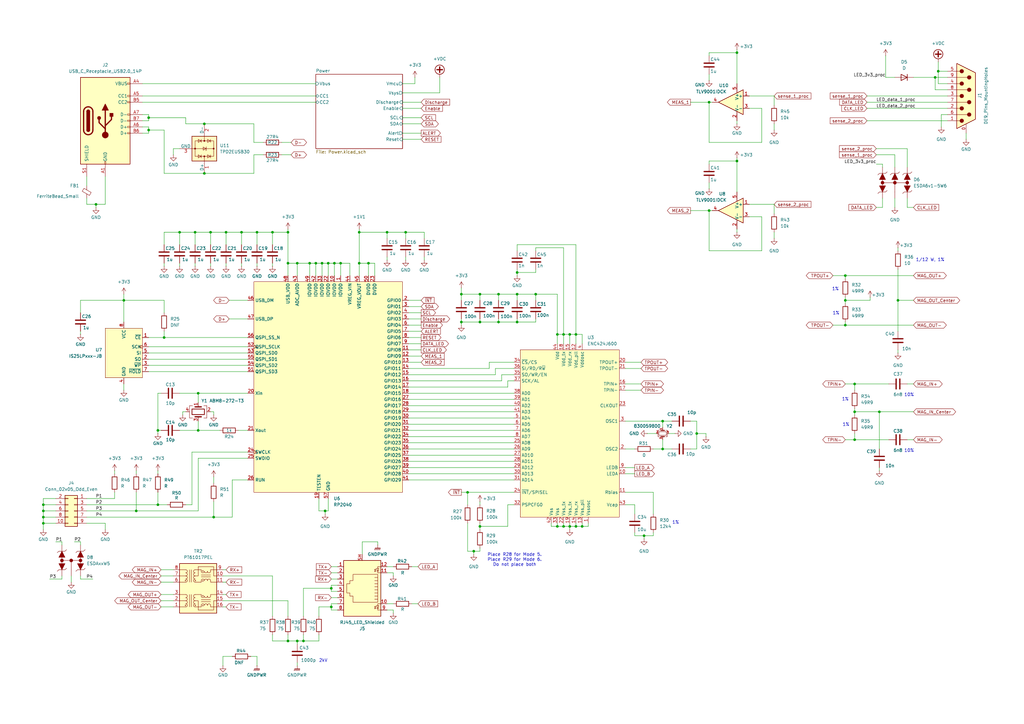
<source format=kicad_sch>
(kicad_sch
	(version 20250114)
	(generator "eeschema")
	(generator_version "9.0")
	(uuid "bccf2bd9-d6ed-4601-995b-34e70546d7b3")
	(paper "A3")
	
	(text "1/12 W, 1%"
		(exclude_from_sim no)
		(at 381.508 106.68 0)
		(effects
			(font
				(size 1.27 1.27)
			)
		)
		(uuid "0ff1b36e-294a-46ac-b9e0-68f83522bd2d")
	)
	(text "Place R28 for Mode 5.\nPlace R29 for Mode 6.\nDo not place both"
		(exclude_from_sim no)
		(at 211.074 229.616 0)
		(effects
			(font
				(size 1.27 1.27)
			)
		)
		(uuid "1b3578d6-e0c0-41ba-b21b-d45cbd78fc57")
	)
	(text "10%"
		(exclude_from_sim no)
		(at 372.872 162.052 0)
		(effects
			(font
				(size 1.27 1.27)
			)
		)
		(uuid "42a2b363-9f28-4515-9866-dfcc5d1fd2ff")
	)
	(text "1%"
		(exclude_from_sim no)
		(at 277.114 214.376 0)
		(effects
			(font
				(size 1.27 1.27)
			)
		)
		(uuid "6e4f8ebd-01a4-4b5e-bf90-9f0480d2ee08")
	)
	(text "1%"
		(exclude_from_sim no)
		(at 346.964 174.244 0)
		(effects
			(font
				(size 1.27 1.27)
			)
		)
		(uuid "6eab38ea-3890-483b-8b94-5ced53676c15")
	)
	(text "1%"
		(exclude_from_sim no)
		(at 342.646 118.618 0)
		(effects
			(font
				(size 1.27 1.27)
			)
		)
		(uuid "74aad014-9e86-47f4-a035-b9f381939867")
	)
	(text "10%"
		(exclude_from_sim no)
		(at 372.872 184.912 0)
		(effects
			(font
				(size 1.27 1.27)
			)
		)
		(uuid "8191b51a-6292-4b37-b6aa-65dfb7f6fd7c")
	)
	(text "1%"
		(exclude_from_sim no)
		(at 342.9 128.524 0)
		(effects
			(font
				(size 1.27 1.27)
			)
		)
		(uuid "962b95ed-4f55-4080-ad25-6e795378f043")
	)
	(text "1%"
		(exclude_from_sim no)
		(at 346.71 163.83 0)
		(effects
			(font
				(size 1.27 1.27)
			)
		)
		(uuid "b96c189c-3bf6-4fbb-93da-c24c8cb42496")
	)
	(text "2kV"
		(exclude_from_sim no)
		(at 132.588 271.018 0)
		(effects
			(font
				(size 1.27 1.27)
			)
		)
		(uuid "e4e09c9b-525a-4994-acdf-f4e8497d63d8")
	)
	(junction
		(at 228.6 215.9)
		(diameter 0)
		(color 0 0 0 0)
		(uuid "01761231-7733-4acd-be14-edc1f6582999")
	)
	(junction
		(at 238.76 215.9)
		(diameter 0)
		(color 0 0 0 0)
		(uuid "037ef728-b14f-4101-be27-e2e0eb0e020d")
	)
	(junction
		(at 132.08 107.95)
		(diameter 0)
		(color 0 0 0 0)
		(uuid "0686391f-1e85-4b0c-bb2a-f948f0c8e8d7")
	)
	(junction
		(at 135.89 241.3)
		(diameter 0)
		(color 0 0 0 0)
		(uuid "0fb3ce2c-b87c-42ab-9e5f-280760c6856d")
	)
	(junction
		(at 191.77 201.93)
		(diameter 0)
		(color 0 0 0 0)
		(uuid "1189f592-ab8b-447a-9904-5f3c1b939ee4")
	)
	(junction
		(at 350.52 168.91)
		(diameter 0)
		(color 0 0 0 0)
		(uuid "11f97a7a-7901-4945-89bf-74700d60ce63")
	)
	(junction
		(at 99.06 95.25)
		(diameter 0)
		(color 0 0 0 0)
		(uuid "129f5e34-d181-498d-bdad-30fa0308a0c4")
	)
	(junction
		(at 204.47 120.65)
		(diameter 0)
		(color 0 0 0 0)
		(uuid "13180e9e-7531-4571-8e24-b24bb443320a")
	)
	(junction
		(at 60.96 48.26)
		(diameter 0)
		(color 0 0 0 0)
		(uuid "142271cb-ba94-4c6c-87d0-e04a3a2dbe32")
	)
	(junction
		(at 350.52 157.48)
		(diameter 0)
		(color 0 0 0 0)
		(uuid "19d511a6-274e-4354-bc8e-5da392bfa535")
	)
	(junction
		(at 236.22 215.9)
		(diameter 0)
		(color 0 0 0 0)
		(uuid "1ad88e7e-f1dc-458a-957d-ed3f51566bd8")
	)
	(junction
		(at 360.68 168.91)
		(diameter 0)
		(color 0 0 0 0)
		(uuid "241ac2be-89aa-49e8-9976-e3bf9516d275")
	)
	(junction
		(at 64.77 176.53)
		(diameter 0)
		(color 0 0 0 0)
		(uuid "282a2ff3-3c47-42c0-a493-4ec551b02b5a")
	)
	(junction
		(at 17.78 214.63)
		(diameter 0)
		(color 0 0 0 0)
		(uuid "28e8f145-b092-4934-bc7c-83252f2197f8")
	)
	(junction
		(at 147.32 107.95)
		(diameter 0)
		(color 0 0 0 0)
		(uuid "304694b4-1f51-4434-8848-55ffef42bf57")
	)
	(junction
		(at 290.83 86.36)
		(diameter 0)
		(color 0 0 0 0)
		(uuid "3122e1f0-2ca8-4885-a42b-eac472da6da0")
	)
	(junction
		(at 212.09 120.65)
		(diameter 0)
		(color 0 0 0 0)
		(uuid "31a3f32f-b037-4ce8-a133-2abd48e36b5e")
	)
	(junction
		(at 231.14 137.16)
		(diameter 0)
		(color 0 0 0 0)
		(uuid "338d1c9c-333c-4506-8ef9-2752a9733129")
	)
	(junction
		(at 121.92 107.95)
		(diameter 0)
		(color 0 0 0 0)
		(uuid "344f9197-0df8-41f2-bc9e-b61df0c6f941")
	)
	(junction
		(at 346.71 133.35)
		(diameter 0)
		(color 0 0 0 0)
		(uuid "350311f6-f9d5-4880-9919-f20b688f2f84")
	)
	(junction
		(at 83.82 50.8)
		(diameter 0)
		(color 0 0 0 0)
		(uuid "35d42d59-1f37-400f-b929-45f9a85e0eb0")
	)
	(junction
		(at 83.82 71.12)
		(diameter 0)
		(color 0 0 0 0)
		(uuid "40a1babd-d1d6-45f5-9086-54b26fa72f70")
	)
	(junction
		(at 233.68 215.9)
		(diameter 0)
		(color 0 0 0 0)
		(uuid "44f1ac6a-12b0-4322-9830-0d9a2d098f2b")
	)
	(junction
		(at 196.85 120.65)
		(diameter 0)
		(color 0 0 0 0)
		(uuid "4edd2b6d-0712-4547-aca6-db794f8e2973")
	)
	(junction
		(at 236.22 137.16)
		(diameter 0)
		(color 0 0 0 0)
		(uuid "52a42e5f-5a7b-49bf-aa12-1d7a5942bc7e")
	)
	(junction
		(at 121.92 262.89)
		(diameter 0)
		(color 0 0 0 0)
		(uuid "541c02c2-04ce-4a99-b31c-ac2ebb7b3555")
	)
	(junction
		(at 302.26 66.04)
		(diameter 0)
		(color 0 0 0 0)
		(uuid "5493711b-052c-419b-8ffa-ff1215380139")
	)
	(junction
		(at 50.8 123.19)
		(diameter 0)
		(color 0 0 0 0)
		(uuid "591b7f61-19ea-4b88-a1e3-c6a875231a05")
	)
	(junction
		(at 124.46 262.89)
		(diameter 0)
		(color 0 0 0 0)
		(uuid "59c32b42-9247-44e2-86ee-0684d4b1eee9")
	)
	(junction
		(at 196.85 132.08)
		(diameter 0)
		(color 0 0 0 0)
		(uuid "5a0d6672-41a3-46d2-ac66-147c7e854b20")
	)
	(junction
		(at 189.23 120.65)
		(diameter 0)
		(color 0 0 0 0)
		(uuid "5fd478e1-97c9-4ac2-8373-de7c0eae4e88")
	)
	(junction
		(at 81.28 176.53)
		(diameter 0)
		(color 0 0 0 0)
		(uuid "66b44c73-9725-4e51-a6b2-fe48fd12fafc")
	)
	(junction
		(at 137.16 107.95)
		(diameter 0)
		(color 0 0 0 0)
		(uuid "6b6048f7-5d96-4766-b339-810dc4ac175c")
	)
	(junction
		(at 55.88 209.55)
		(diameter 0)
		(color 0 0 0 0)
		(uuid "6c8f1b83-619b-454e-af92-85652c2e88e7")
	)
	(junction
		(at 384.81 29.21)
		(diameter 0)
		(color 0 0 0 0)
		(uuid "70be7795-7c5b-4619-8c54-b7cf63869cad")
	)
	(junction
		(at 73.66 95.25)
		(diameter 0)
		(color 0 0 0 0)
		(uuid "7342f519-bc73-4c0c-b761-1bea57f6ca52")
	)
	(junction
		(at 368.3 123.19)
		(diameter 0)
		(color 0 0 0 0)
		(uuid "75c6f5aa-d729-4b69-a79d-3a63182f807a")
	)
	(junction
		(at 67.31 138.43)
		(diameter 0)
		(color 0 0 0 0)
		(uuid "777d825a-aed8-4edf-b362-677ce34dc730")
	)
	(junction
		(at 285.75 177.8)
		(diameter 0)
		(color 0 0 0 0)
		(uuid "797d364b-ac09-4782-a47c-e66f7cae7dcb")
	)
	(junction
		(at 212.09 111.76)
		(diameter 0)
		(color 0 0 0 0)
		(uuid "79897ca5-837b-4793-a72b-201b0ffa1b3a")
	)
	(junction
		(at 290.83 41.91)
		(diameter 0)
		(color 0 0 0 0)
		(uuid "7c9dbad6-5005-46f1-a0a5-fbf05acf960a")
	)
	(junction
		(at 127 107.95)
		(diameter 0)
		(color 0 0 0 0)
		(uuid "7e5dc368-0561-493f-bc78-91a664b217f1")
	)
	(junction
		(at 17.78 212.09)
		(diameter 0)
		(color 0 0 0 0)
		(uuid "8625c20f-08a8-4a22-a33d-12ab8617bacd")
	)
	(junction
		(at 111.76 95.25)
		(diameter 0)
		(color 0 0 0 0)
		(uuid "8ae4e3d1-ed53-4705-8a51-70557635c7bb")
	)
	(junction
		(at 383.54 31.75)
		(diameter 0)
		(color 0 0 0 0)
		(uuid "8bc15c55-e02b-45c1-b38a-f466f7eaf7f1")
	)
	(junction
		(at 105.41 95.25)
		(diameter 0)
		(color 0 0 0 0)
		(uuid "8d0ca11a-57c0-4340-83f2-01b2e1ae829a")
	)
	(junction
		(at 60.96 53.34)
		(diameter 0)
		(color 0 0 0 0)
		(uuid "8d0feffb-b8bb-4635-bf1a-787c5b62eb21")
	)
	(junction
		(at 271.78 172.72)
		(diameter 0)
		(color 0 0 0 0)
		(uuid "8d40ff2b-88e5-483f-9f95-4cb4e570cfbd")
	)
	(junction
		(at 133.35 209.55)
		(diameter 0)
		(color 0 0 0 0)
		(uuid "9075ccb8-de9c-41f6-a327-d0165c4d5b47")
	)
	(junction
		(at 212.09 132.08)
		(diameter 0)
		(color 0 0 0 0)
		(uuid "923b1d8a-cec6-4621-bdce-9c159fe1dbbe")
	)
	(junction
		(at 92.71 95.25)
		(diameter 0)
		(color 0 0 0 0)
		(uuid "9645539c-ada2-41e0-8fc4-20b0e67c5707")
	)
	(junction
		(at 166.37 95.25)
		(diameter 0)
		(color 0 0 0 0)
		(uuid "96c8de52-1f1a-480d-b1b1-188f6cb09312")
	)
	(junction
		(at 64.77 207.01)
		(diameter 0)
		(color 0 0 0 0)
		(uuid "9c7debe8-cc8a-4746-a13f-e373aae58ff7")
	)
	(junction
		(at 346.71 113.03)
		(diameter 0)
		(color 0 0 0 0)
		(uuid "9d3216e3-db7e-4600-9eba-976945781be5")
	)
	(junction
		(at 151.13 107.95)
		(diameter 0)
		(color 0 0 0 0)
		(uuid "adaf02c9-28d3-4af2-8fe9-770b2e4e36fb")
	)
	(junction
		(at 346.71 123.19)
		(diameter 0)
		(color 0 0 0 0)
		(uuid "b1374209-f36c-430f-9cd7-8072dbb806d8")
	)
	(junction
		(at 233.68 137.16)
		(diameter 0)
		(color 0 0 0 0)
		(uuid "b447e521-678f-4250-b1ae-d00fc75fc12f")
	)
	(junction
		(at 228.6 137.16)
		(diameter 0)
		(color 0 0 0 0)
		(uuid "bad8903f-8621-4343-8129-2fd43bd3f13a")
	)
	(junction
		(at 129.54 107.95)
		(diameter 0)
		(color 0 0 0 0)
		(uuid "bdaf4623-76ac-4cf4-ac04-9b3e35e0d6f5")
	)
	(junction
		(at 17.78 207.01)
		(diameter 0)
		(color 0 0 0 0)
		(uuid "c3036221-b638-49c8-a84c-bc51ee9505db")
	)
	(junction
		(at 80.01 95.25)
		(diameter 0)
		(color 0 0 0 0)
		(uuid "c3e432d7-922e-4cf3-a9e3-3e129722ef25")
	)
	(junction
		(at 81.28 161.29)
		(diameter 0)
		(color 0 0 0 0)
		(uuid "c49a7a6a-5408-4d72-aa30-b4b463b1fe0e")
	)
	(junction
		(at 118.11 262.89)
		(diameter 0)
		(color 0 0 0 0)
		(uuid "caa1b63d-4b67-42dd-8bb8-99add5ba7133")
	)
	(junction
		(at 271.78 184.15)
		(diameter 0)
		(color 0 0 0 0)
		(uuid "cbef8f1b-a158-4fc1-a296-e0ec9ced0f94")
	)
	(junction
		(at 189.23 132.08)
		(diameter 0)
		(color 0 0 0 0)
		(uuid "cedf3a9f-eff3-4353-ba99-fa34b3991cf8")
	)
	(junction
		(at 17.78 209.55)
		(diameter 0)
		(color 0 0 0 0)
		(uuid "cf2cd97d-b3db-41f4-a58c-ad8053e3a348")
	)
	(junction
		(at 350.52 180.34)
		(diameter 0)
		(color 0 0 0 0)
		(uuid "d38c040f-fb1f-43b3-a8f3-46cd13830417")
	)
	(junction
		(at 302.26 21.59)
		(diameter 0)
		(color 0 0 0 0)
		(uuid "d4296c91-2344-4849-b885-fb2b68937165")
	)
	(junction
		(at 264.16 219.71)
		(diameter 0)
		(color 0 0 0 0)
		(uuid "d5bb41f9-6623-4609-b9e2-be0c7472eea8")
	)
	(junction
		(at 134.62 107.95)
		(diameter 0)
		(color 0 0 0 0)
		(uuid "deb55af1-efb4-400a-9d80-d89d78a0c4ab")
	)
	(junction
		(at 39.37 83.82)
		(diameter 0)
		(color 0 0 0 0)
		(uuid "e1d19d18-5950-43ba-be66-7fb05870dc82")
	)
	(junction
		(at 204.47 132.08)
		(diameter 0)
		(color 0 0 0 0)
		(uuid "e3b0e418-74d5-47a3-9fd0-4c6017c4892e")
	)
	(junction
		(at 196.85 215.9)
		(diameter 0)
		(color 0 0 0 0)
		(uuid "e439132f-822e-4eb7-ae9d-a0adffb383dd")
	)
	(junction
		(at 135.89 248.92)
		(diameter 0)
		(color 0 0 0 0)
		(uuid "e4572bf8-b49d-4c99-9865-27f38c3aabce")
	)
	(junction
		(at 231.14 215.9)
		(diameter 0)
		(color 0 0 0 0)
		(uuid "e87594e3-da8e-4ce2-a979-252f78ef2035")
	)
	(junction
		(at 118.11 95.25)
		(diameter 0)
		(color 0 0 0 0)
		(uuid "ed80b158-27d3-4f37-b60d-41dad3ddde76")
	)
	(junction
		(at 219.71 120.65)
		(diameter 0)
		(color 0 0 0 0)
		(uuid "efce3c13-cbe8-43a2-80f2-dccab1275386")
	)
	(junction
		(at 194.31 226.06)
		(diameter 0)
		(color 0 0 0 0)
		(uuid "f107a8e5-1d1d-4675-9001-891dc93e9c7f")
	)
	(junction
		(at 87.63 212.09)
		(diameter 0)
		(color 0 0 0 0)
		(uuid "f14001b3-6b01-4c15-bcd3-eef145bd7eb0")
	)
	(junction
		(at 118.11 107.95)
		(diameter 0)
		(color 0 0 0 0)
		(uuid "f3b0959c-f658-4e04-be0c-3a8ec33ea2d8")
	)
	(junction
		(at 139.7 107.95)
		(diameter 0)
		(color 0 0 0 0)
		(uuid "f6e056eb-b352-44f0-83d2-3b637d6f6da1")
	)
	(junction
		(at 147.32 95.25)
		(diameter 0)
		(color 0 0 0 0)
		(uuid "fa0aac12-d04f-4651-af8d-5a151de23e77")
	)
	(junction
		(at 158.75 95.25)
		(diameter 0)
		(color 0 0 0 0)
		(uuid "fa23582e-0169-4eaa-937a-3fb03ef992fc")
	)
	(junction
		(at 86.36 95.25)
		(diameter 0)
		(color 0 0 0 0)
		(uuid "fb2d0561-55bd-4dee-a375-42a961df4c8e")
	)
	(wire
		(pts
			(xy 135.89 248.92) (xy 130.81 248.92)
		)
		(stroke
			(width 0)
			(type default)
		)
		(uuid "014f094f-d3c1-4efd-9e23-da346ead4965")
	)
	(wire
		(pts
			(xy 167.64 151.13) (xy 200.66 151.13)
		)
		(stroke
			(width 0)
			(type default)
		)
		(uuid "018f38cc-f785-4185-b359-bf5a4741ab91")
	)
	(wire
		(pts
			(xy 135.89 237.49) (xy 138.43 237.49)
		)
		(stroke
			(width 0)
			(type default)
		)
		(uuid "0249cbf9-2f3f-415c-b689-e59b81c2905a")
	)
	(wire
		(pts
			(xy 167.64 184.15) (xy 210.82 184.15)
		)
		(stroke
			(width 0)
			(type default)
		)
		(uuid "0368fda1-ac12-4df1-9531-c1c9e3fe56f1")
	)
	(wire
		(pts
			(xy 118.11 246.38) (xy 118.11 252.73)
		)
		(stroke
			(width 0)
			(type default)
		)
		(uuid "040a9ba5-48d8-4ab5-ad19-000faca0ed9e")
	)
	(wire
		(pts
			(xy 167.64 173.99) (xy 210.82 173.99)
		)
		(stroke
			(width 0)
			(type default)
		)
		(uuid "04c48418-5737-4b83-9bb2-fd7e67468d4d")
	)
	(wire
		(pts
			(xy 226.06 215.9) (xy 228.6 215.9)
		)
		(stroke
			(width 0)
			(type default)
		)
		(uuid "05a6ab74-0263-46f7-988e-d96810ee21ab")
	)
	(wire
		(pts
			(xy 92.71 95.25) (xy 99.06 95.25)
		)
		(stroke
			(width 0)
			(type default)
		)
		(uuid "06b75d8a-2be8-4a39-8343-4cb3820b6951")
	)
	(wire
		(pts
			(xy 33.02 237.49) (xy 38.1 237.49)
		)
		(stroke
			(width 0)
			(type default)
		)
		(uuid "06d57c5a-3f38-4ead-9506-e5c2d361b887")
	)
	(wire
		(pts
			(xy 104.14 63.5) (xy 104.14 71.12)
		)
		(stroke
			(width 0)
			(type default)
		)
		(uuid "07f508a3-8829-4667-8d80-52532251d72b")
	)
	(wire
		(pts
			(xy 167.64 191.77) (xy 210.82 191.77)
		)
		(stroke
			(width 0)
			(type default)
		)
		(uuid "08529ec0-0de8-49f9-a41f-56790bd59fa8")
	)
	(wire
		(pts
			(xy 212.09 123.19) (xy 212.09 120.65)
		)
		(stroke
			(width 0)
			(type default)
		)
		(uuid "09f2796d-6c41-44d4-bed0-9794f410e9dd")
	)
	(wire
		(pts
			(xy 105.41 269.24) (xy 105.41 273.05)
		)
		(stroke
			(width 0)
			(type default)
		)
		(uuid "0b28e016-1df9-499d-82ce-9d619e5ae39f")
	)
	(wire
		(pts
			(xy 33.02 223.52) (xy 33.02 222.25)
		)
		(stroke
			(width 0)
			(type default)
		)
		(uuid "0b2ca839-06bd-4568-9763-44f8536144bd")
	)
	(wire
		(pts
			(xy 127 107.95) (xy 127 113.03)
		)
		(stroke
			(width 0)
			(type default)
		)
		(uuid "0b81ed36-8af1-400e-a7f6-5323c170888b")
	)
	(wire
		(pts
			(xy 105.41 107.95) (xy 105.41 109.22)
		)
		(stroke
			(width 0)
			(type default)
		)
		(uuid "0bc3863a-b8d5-4464-858a-243782f1eedf")
	)
	(wire
		(pts
			(xy 317.5 83.82) (xy 307.34 83.82)
		)
		(stroke
			(width 0)
			(type default)
		)
		(uuid "0c5abff8-b38d-49d3-a6f2-712ed702bcd9")
	)
	(wire
		(pts
			(xy 153.67 113.03) (xy 153.67 107.95)
		)
		(stroke
			(width 0)
			(type default)
		)
		(uuid "0c5fcf01-0efb-4a82-ba1a-616e42803650")
	)
	(wire
		(pts
			(xy 166.37 95.25) (xy 173.99 95.25)
		)
		(stroke
			(width 0)
			(type default)
		)
		(uuid "0de164ab-c6d9-4a86-af9d-9aa45578c8f4")
	)
	(wire
		(pts
			(xy 17.78 207.01) (xy 22.86 207.01)
		)
		(stroke
			(width 0)
			(type default)
		)
		(uuid "0e05bc91-a74a-4643-9ef4-4c2fe0893bf6")
	)
	(wire
		(pts
			(xy 33.02 236.22) (xy 33.02 237.49)
		)
		(stroke
			(width 0)
			(type default)
		)
		(uuid "0e5ef2f5-8d9e-4d5c-8a22-74da686d7033")
	)
	(wire
		(pts
			(xy 260.35 219.71) (xy 264.16 219.71)
		)
		(stroke
			(width 0)
			(type default)
		)
		(uuid "0f0c2015-89f6-49eb-91af-1bbb8078ccdf")
	)
	(wire
		(pts
			(xy 104.14 71.12) (xy 83.82 71.12)
		)
		(stroke
			(width 0)
			(type default)
		)
		(uuid "0f26f1b3-652b-49b7-99f2-c6e3984aee92")
	)
	(wire
		(pts
			(xy 231.14 214.63) (xy 231.14 215.9)
		)
		(stroke
			(width 0)
			(type default)
		)
		(uuid "0f5cbd39-58fc-436b-a7c8-8038c9756b95")
	)
	(wire
		(pts
			(xy 312.42 88.9) (xy 312.42 102.87)
		)
		(stroke
			(width 0)
			(type default)
		)
		(uuid "1028bd06-b239-42d6-bfda-24a938e9cda3")
	)
	(wire
		(pts
			(xy 167.64 125.73) (xy 172.72 125.73)
		)
		(stroke
			(width 0)
			(type default)
		)
		(uuid "10510ce2-1496-429a-bc7c-5339fb1ae8c8")
	)
	(wire
		(pts
			(xy 383.54 31.75) (xy 388.62 31.75)
		)
		(stroke
			(width 0)
			(type default)
		)
		(uuid "10542668-880c-4f10-a1b9-5a16e14465d5")
	)
	(wire
		(pts
			(xy 302.26 93.98) (xy 302.26 95.25)
		)
		(stroke
			(width 0)
			(type default)
		)
		(uuid "118e1a0f-b10e-4358-816c-4fb23155d17e")
	)
	(wire
		(pts
			(xy 219.71 101.6) (xy 219.71 102.87)
		)
		(stroke
			(width 0)
			(type default)
		)
		(uuid "1262e9a2-f3b0-436d-8c42-badc0753ecb5")
	)
	(wire
		(pts
			(xy 167.64 143.51) (xy 172.72 143.51)
		)
		(stroke
			(width 0)
			(type default)
		)
		(uuid "1273fac8-4765-4026-8885-65b865e4b6c4")
	)
	(wire
		(pts
			(xy 228.6 137.16) (xy 228.6 120.65)
		)
		(stroke
			(width 0)
			(type default)
		)
		(uuid "1382333a-b0f9-4239-8f8d-fb3fe6709c83")
	)
	(wire
		(pts
			(xy 384.81 25.4) (xy 384.81 29.21)
		)
		(stroke
			(width 0)
			(type default)
		)
		(uuid "138a05b6-1af1-4402-bf11-f7477fb9fd98")
	)
	(wire
		(pts
			(xy 302.26 21.59) (xy 302.26 34.29)
		)
		(stroke
			(width 0)
			(type default)
		)
		(uuid "13a1c24c-dd32-4829-ad89-129c4e525ae5")
	)
	(wire
		(pts
			(xy 236.22 137.16) (xy 236.22 140.97)
		)
		(stroke
			(width 0)
			(type default)
		)
		(uuid "153ea4f3-ca22-45b2-a7d2-cf6f38c5b803")
	)
	(wire
		(pts
			(xy 374.65 31.75) (xy 383.54 31.75)
		)
		(stroke
			(width 0)
			(type default)
		)
		(uuid "165a06b4-81e8-4cf1-8b6c-4213f2a623d1")
	)
	(wire
		(pts
			(xy 58.42 34.29) (xy 129.54 34.29)
		)
		(stroke
			(width 0)
			(type default)
		)
		(uuid "165e6259-547b-41b7-88c7-f987d6fe89f8")
	)
	(wire
		(pts
			(xy 212.09 100.33) (xy 212.09 102.87)
		)
		(stroke
			(width 0)
			(type default)
		)
		(uuid "1695afe3-9548-4841-87ef-92d5ef467276")
	)
	(wire
		(pts
			(xy 60.96 48.26) (xy 76.2 48.26)
		)
		(stroke
			(width 0)
			(type default)
		)
		(uuid "1737f7f2-9924-4d91-a95a-c0ac370384dd")
	)
	(wire
		(pts
			(xy 64.77 201.93) (xy 64.77 207.01)
		)
		(stroke
			(width 0)
			(type default)
		)
		(uuid "1851ff5b-7413-4d68-8421-ff649553b8f2")
	)
	(wire
		(pts
			(xy 118.11 262.89) (xy 121.92 262.89)
		)
		(stroke
			(width 0)
			(type default)
		)
		(uuid "18822c2f-9fa9-4f74-892a-c48cc8a9d790")
	)
	(wire
		(pts
			(xy 359.41 60.96) (xy 372.11 60.96)
		)
		(stroke
			(width 0)
			(type default)
		)
		(uuid "18b53b04-4caa-4f9b-bcd3-7a039b98d5cc")
	)
	(wire
		(pts
			(xy 205.74 153.67) (xy 210.82 153.67)
		)
		(stroke
			(width 0)
			(type default)
		)
		(uuid "19c92d19-26e4-4538-a7a7-e2a1ab2f5f18")
	)
	(wire
		(pts
			(xy 166.37 95.25) (xy 166.37 97.79)
		)
		(stroke
			(width 0)
			(type default)
		)
		(uuid "1a4717f5-3f96-44ab-a33a-2b4e1d967988")
	)
	(wire
		(pts
			(xy 153.67 107.95) (xy 151.13 107.95)
		)
		(stroke
			(width 0)
			(type default)
		)
		(uuid "1bbae96c-f757-4c4c-b64c-3598fd64865e")
	)
	(wire
		(pts
			(xy 167.64 148.59) (xy 172.72 148.59)
		)
		(stroke
			(width 0)
			(type default)
		)
		(uuid "1ce49190-8b99-477f-9ffe-1ec0b8324d0c")
	)
	(wire
		(pts
			(xy 101.6 196.85) (xy 95.25 196.85)
		)
		(stroke
			(width 0)
			(type default)
		)
		(uuid "1d4fd2e7-d637-408a-9630-226a2f92fa4f")
	)
	(wire
		(pts
			(xy 260.35 210.82) (xy 260.35 207.01)
		)
		(stroke
			(width 0)
			(type default)
		)
		(uuid "1de403cf-c6e1-4574-81fd-01725ae0a6a7")
	)
	(wire
		(pts
			(xy 359.41 63.5) (xy 367.03 63.5)
		)
		(stroke
			(width 0)
			(type default)
		)
		(uuid "1ed72eef-2b8a-4f86-9005-c7da2791a013")
	)
	(wire
		(pts
			(xy 124.46 241.3) (xy 135.89 241.3)
		)
		(stroke
			(width 0)
			(type default)
		)
		(uuid "1f405fcf-cef9-4d9d-b094-6ba3507668bb")
	)
	(wire
		(pts
			(xy 17.78 214.63) (xy 22.86 214.63)
		)
		(stroke
			(width 0)
			(type default)
		)
		(uuid "1f707f74-473c-4c15-9fa2-a4ddd4aeb4ed")
	)
	(wire
		(pts
			(xy 95.25 196.85) (xy 95.25 212.09)
		)
		(stroke
			(width 0)
			(type default)
		)
		(uuid "217bc30f-140f-404c-973d-9e9af98386df")
	)
	(wire
		(pts
			(xy 290.83 102.87) (xy 312.42 102.87)
		)
		(stroke
			(width 0)
			(type default)
		)
		(uuid "224dab5d-e0f1-48b5-9ab5-8c58a480a3ab")
	)
	(wire
		(pts
			(xy 39.37 83.82) (xy 43.18 83.82)
		)
		(stroke
			(width 0)
			(type default)
		)
		(uuid "229630b0-bc48-4cd8-9de8-5ca142fba92f")
	)
	(wire
		(pts
			(xy 231.14 101.6) (xy 219.71 101.6)
		)
		(stroke
			(width 0)
			(type default)
		)
		(uuid "22a3845b-9fbe-43f4-bf6c-4af0846c70b8")
	)
	(wire
		(pts
			(xy 67.31 100.33) (xy 67.31 95.25)
		)
		(stroke
			(width 0)
			(type default)
		)
		(uuid "242a2917-f216-4e67-9e2d-3288e8ccfaa8")
	)
	(wire
		(pts
			(xy 97.79 176.53) (xy 101.6 176.53)
		)
		(stroke
			(width 0)
			(type default)
		)
		(uuid "24a6c9eb-5560-42dc-8aa3-a8ec217baf6f")
	)
	(wire
		(pts
			(xy 208.28 207.01) (xy 208.28 215.9)
		)
		(stroke
			(width 0)
			(type default)
		)
		(uuid "24fa48b3-2548-4238-97bb-845b5f2199c8")
	)
	(wire
		(pts
			(xy 60.96 53.34) (xy 60.96 54.61)
		)
		(stroke
			(width 0)
			(type default)
		)
		(uuid "25226a19-70a5-48a5-9c8c-46f8a9fbc9a8")
	)
	(wire
		(pts
			(xy 265.43 177.8) (xy 269.24 177.8)
		)
		(stroke
			(width 0)
			(type default)
		)
		(uuid "2548e92c-dd1c-4994-8ce7-3c183e39a561")
	)
	(wire
		(pts
			(xy 165.1 50.8) (xy 172.72 50.8)
		)
		(stroke
			(width 0)
			(type default)
		)
		(uuid "25720e49-e72c-4f8a-b95a-f556584374a0")
	)
	(wire
		(pts
			(xy 260.35 207.01) (xy 256.54 207.01)
		)
		(stroke
			(width 0)
			(type default)
		)
		(uuid "2611be70-17ef-4c86-afb3-1d1124cf197c")
	)
	(wire
		(pts
			(xy 271.78 172.72) (xy 271.78 175.26)
		)
		(stroke
			(width 0)
			(type default)
		)
		(uuid "2625483e-da47-4ef2-a960-1d0dc86a80aa")
	)
	(wire
		(pts
			(xy 67.31 95.25) (xy 73.66 95.25)
		)
		(stroke
			(width 0)
			(type default)
		)
		(uuid "266399f5-ebb5-4ef6-93d3-00e410eb0b57")
	)
	(wire
		(pts
			(xy 91.44 246.38) (xy 118.11 246.38)
		)
		(stroke
			(width 0)
			(type default)
		)
		(uuid "268e0e3e-44ec-435c-bf0e-83f3d41205f8")
	)
	(wire
		(pts
			(xy 135.89 240.03) (xy 135.89 241.3)
		)
		(stroke
			(width 0)
			(type default)
		)
		(uuid "26ee0434-e3a3-4de7-903f-62e4aa458db8")
	)
	(wire
		(pts
			(xy 233.68 137.16) (xy 236.22 137.16)
		)
		(stroke
			(width 0)
			(type default)
		)
		(uuid "277259ee-cd2e-4963-b2f3-1ea7818f1a91")
	)
	(wire
		(pts
			(xy 33.02 123.19) (xy 50.8 123.19)
		)
		(stroke
			(width 0)
			(type default)
		)
		(uuid "2828603a-c2cb-4df0-a304-61a882260517")
	)
	(wire
		(pts
			(xy 104.14 50.8) (xy 104.14 58.42)
		)
		(stroke
			(width 0)
			(type default)
		)
		(uuid "285f597c-a28e-49f6-a4a6-072b87b90b5b")
	)
	(wire
		(pts
			(xy 165.1 38.1) (xy 180.34 38.1)
		)
		(stroke
			(width 0)
			(type default)
		)
		(uuid "2900c10a-0ae5-448f-9dba-f75406e41f39")
	)
	(wire
		(pts
			(xy 346.71 180.34) (xy 350.52 180.34)
		)
		(stroke
			(width 0)
			(type default)
		)
		(uuid "295ee14b-4dc9-40b9-a4ea-bd0f336a90cf")
	)
	(wire
		(pts
			(xy 124.46 260.35) (xy 124.46 262.89)
		)
		(stroke
			(width 0)
			(type default)
		)
		(uuid "2a63fc52-8b8b-4c10-9218-afa8cb767ebf")
	)
	(wire
		(pts
			(xy 67.31 107.95) (xy 67.31 109.22)
		)
		(stroke
			(width 0)
			(type default)
		)
		(uuid "2b129caa-0e27-41f5-8808-eb017accf79d")
	)
	(wire
		(pts
			(xy 17.78 214.63) (xy 17.78 212.09)
		)
		(stroke
			(width 0)
			(type default)
		)
		(uuid "2bbb331d-fcbe-477e-aaa2-9a2b9b992785")
	)
	(wire
		(pts
			(xy 124.46 262.89) (xy 130.81 262.89)
		)
		(stroke
			(width 0)
			(type default)
		)
		(uuid "2bc52e20-95de-4e86-b4ac-7831eeaebea4")
	)
	(wire
		(pts
			(xy 76.2 50.8) (xy 83.82 50.8)
		)
		(stroke
			(width 0)
			(type default)
		)
		(uuid "2bf6f665-a267-4f88-b308-309cb11e3889")
	)
	(wire
		(pts
			(xy 170.18 34.29) (xy 170.18 31.75)
		)
		(stroke
			(width 0)
			(type default)
		)
		(uuid "2c9076a1-6390-47ac-a264-a8772023eceb")
	)
	(wire
		(pts
			(xy 346.71 133.35) (xy 346.71 132.08)
		)
		(stroke
			(width 0)
			(type default)
		)
		(uuid "2f5274d9-5bf3-43ee-9f95-e0fb7d50dd4a")
	)
	(wire
		(pts
			(xy 17.78 207.01) (xy 17.78 204.47)
		)
		(stroke
			(width 0)
			(type default)
		)
		(uuid "2fbce1d8-5c86-44b5-a439-0d3f1cccf8d1")
	)
	(wire
		(pts
			(xy 290.83 58.42) (xy 290.83 41.91)
		)
		(stroke
			(width 0)
			(type default)
		)
		(uuid "300040c5-b02d-4a9e-b4de-380e04d22f6d")
	)
	(wire
		(pts
			(xy 165.1 41.91) (xy 172.72 41.91)
		)
		(stroke
			(width 0)
			(type default)
		)
		(uuid "30171629-51d7-4093-9369-ea69347024f1")
	)
	(wire
		(pts
			(xy 35.56 214.63) (xy 43.18 214.63)
		)
		(stroke
			(width 0)
			(type default)
		)
		(uuid "30535590-934f-4ecf-8610-110a4f55de40")
	)
	(wire
		(pts
			(xy 189.23 132.08) (xy 189.23 133.35)
		)
		(stroke
			(width 0)
			(type default)
		)
		(uuid "30564058-6f8e-4ac0-93df-2b1de63c24c9")
	)
	(wire
		(pts
			(xy 196.85 120.65) (xy 204.47 120.65)
		)
		(stroke
			(width 0)
			(type default)
		)
		(uuid "30922306-0d90-4782-bc69-b07cabfdf971")
	)
	(wire
		(pts
			(xy 290.83 86.36) (xy 292.1 86.36)
		)
		(stroke
			(width 0)
			(type default)
		)
		(uuid "30da1529-468b-4625-8a5b-5ea6fe3b7ea4")
	)
	(wire
		(pts
			(xy 64.77 207.01) (xy 68.58 207.01)
		)
		(stroke
			(width 0)
			(type default)
		)
		(uuid "30dc0f44-9e94-4c24-9a1f-3a880fe17bbc")
	)
	(wire
		(pts
			(xy 290.83 22.86) (xy 290.83 21.59)
		)
		(stroke
			(width 0)
			(type default)
		)
		(uuid "3127f9ad-fa7d-4ee2-84b1-0738e1b08bb6")
	)
	(wire
		(pts
			(xy 50.8 120.65) (xy 50.8 123.19)
		)
		(stroke
			(width 0)
			(type default)
		)
		(uuid "314dd6e0-bf7e-4ea7-a105-2a4b6816ea62")
	)
	(wire
		(pts
			(xy 203.2 153.67) (xy 203.2 151.13)
		)
		(stroke
			(width 0)
			(type default)
		)
		(uuid "315112a6-eb72-4dc1-b913-8841de5abfc4")
	)
	(wire
		(pts
			(xy 137.16 107.95) (xy 137.16 113.03)
		)
		(stroke
			(width 0)
			(type default)
		)
		(uuid "31acaac6-6ed4-4008-9b99-c91eea75f46c")
	)
	(wire
		(pts
			(xy 50.8 157.48) (xy 50.8 160.02)
		)
		(stroke
			(width 0)
			(type default)
		)
		(uuid "31f7724a-a54c-4965-af9a-42e7125ef53e")
	)
	(wire
		(pts
			(xy 138.43 247.65) (xy 135.89 247.65)
		)
		(stroke
			(width 0)
			(type default)
		)
		(uuid "321e73af-cd7d-4872-bf97-d9c34ec9c135")
	)
	(wire
		(pts
			(xy 92.71 107.95) (xy 92.71 109.22)
		)
		(stroke
			(width 0)
			(type default)
		)
		(uuid "325cbcb7-cf4d-4282-9a06-ba059450b9b7")
	)
	(wire
		(pts
			(xy 81.28 209.55) (xy 81.28 187.96)
		)
		(stroke
			(width 0)
			(type default)
		)
		(uuid "329fca43-0f92-4664-a30b-aa587e17b833")
	)
	(wire
		(pts
			(xy 238.76 137.16) (xy 238.76 140.97)
		)
		(stroke
			(width 0)
			(type default)
		)
		(uuid "3305d7d4-d838-4260-bce2-517f21d6643a")
	)
	(wire
		(pts
			(xy 73.66 107.95) (xy 73.66 109.22)
		)
		(stroke
			(width 0)
			(type default)
		)
		(uuid "3522f028-b114-4c31-801c-b50dc3a1b116")
	)
	(wire
		(pts
			(xy 208.28 215.9) (xy 196.85 215.9)
		)
		(stroke
			(width 0)
			(type default)
		)
		(uuid "352f539a-39ed-4dae-aa8d-e336c39353e7")
	)
	(wire
		(pts
			(xy 91.44 243.84) (xy 92.71 243.84)
		)
		(stroke
			(width 0)
			(type default)
		)
		(uuid "3546b8c0-ae53-48f2-b957-3f9687bbf1e4")
	)
	(wire
		(pts
			(xy 167.64 161.29) (xy 210.82 161.29)
		)
		(stroke
			(width 0)
			(type default)
		)
		(uuid "3565fff7-e719-4695-bef9-6c4ca87a4f7a")
	)
	(wire
		(pts
			(xy 283.21 172.72) (xy 285.75 172.72)
		)
		(stroke
			(width 0)
			(type default)
		)
		(uuid "35c57b2a-465c-4fcd-83b8-9f2413c5ff4f")
	)
	(wire
		(pts
			(xy 167.64 176.53) (xy 210.82 176.53)
		)
		(stroke
			(width 0)
			(type default)
		)
		(uuid "35cb6918-1bb6-48ae-9567-bb36927fd5b4")
	)
	(wire
		(pts
			(xy 283.21 41.91) (xy 290.83 41.91)
		)
		(stroke
			(width 0)
			(type default)
		)
		(uuid "380c3d87-b1a0-4df1-a79c-1a18b37f01bf")
	)
	(wire
		(pts
			(xy 118.11 260.35) (xy 118.11 262.89)
		)
		(stroke
			(width 0)
			(type default)
		)
		(uuid "3817e168-488c-409e-ab87-09c0152bffb8")
	)
	(wire
		(pts
			(xy 46.99 204.47) (xy 46.99 201.93)
		)
		(stroke
			(width 0)
			(type default)
		)
		(uuid "399a8829-3140-47a2-ba4a-ec5877780634")
	)
	(wire
		(pts
			(xy 372.11 157.48) (xy 374.65 157.48)
		)
		(stroke
			(width 0)
			(type default)
		)
		(uuid "3ae35814-f1d2-4b13-a111-797a0fdcc6ce")
	)
	(wire
		(pts
			(xy 76.2 207.01) (xy 78.74 207.01)
		)
		(stroke
			(width 0)
			(type default)
		)
		(uuid "3b289fe9-26c1-44ae-856d-2177e54e958e")
	)
	(wire
		(pts
			(xy 167.64 138.43) (xy 172.72 138.43)
		)
		(stroke
			(width 0)
			(type default)
		)
		(uuid "3ba2c756-b9f4-46a5-9063-83aad749e2c3")
	)
	(wire
		(pts
			(xy 60.96 149.86) (xy 101.6 149.86)
		)
		(stroke
			(width 0)
			(type default)
		)
		(uuid "3c238709-88d3-4d08-92ff-5251034108ca")
	)
	(wire
		(pts
			(xy 204.47 132.08) (xy 212.09 132.08)
		)
		(stroke
			(width 0)
			(type default)
		)
		(uuid "3d655155-b07c-4254-87a4-df459fcbbdfe")
	)
	(wire
		(pts
			(xy 238.76 215.9) (xy 241.3 215.9)
		)
		(stroke
			(width 0)
			(type default)
		)
		(uuid "3ddb0d1a-bb21-4bb4-bbf2-cdd329f5079f")
	)
	(wire
		(pts
			(xy 137.16 107.95) (xy 134.62 107.95)
		)
		(stroke
			(width 0)
			(type default)
		)
		(uuid "3e35f25a-ae58-4fb8-affe-0897d74b827c")
	)
	(wire
		(pts
			(xy 256.54 194.31) (xy 260.35 194.31)
		)
		(stroke
			(width 0)
			(type default)
		)
		(uuid "3f45f7fa-b473-49f8-91c1-7e286dd578d4")
	)
	(wire
		(pts
			(xy 256.54 172.72) (xy 271.78 172.72)
		)
		(stroke
			(width 0)
			(type default)
		)
		(uuid "3fac6e88-a7b1-4a25-a933-499f1c2a45f4")
	)
	(wire
		(pts
			(xy 350.52 168.91) (xy 350.52 170.18)
		)
		(stroke
			(width 0)
			(type default)
		)
		(uuid "3fcab95f-e812-405b-81c1-85200fe12dbc")
	)
	(wire
		(pts
			(xy 368.3 110.49) (xy 368.3 123.19)
		)
		(stroke
			(width 0)
			(type default)
		)
		(uuid "3fd6c2c5-0954-4fb0-835b-f992a30d9617")
	)
	(wire
		(pts
			(xy 138.43 240.03) (xy 135.89 240.03)
		)
		(stroke
			(width 0)
			(type default)
		)
		(uuid "40656e0b-3f34-459d-9e19-d6ec8b160a6f")
	)
	(wire
		(pts
			(xy 173.99 95.25) (xy 173.99 97.79)
		)
		(stroke
			(width 0)
			(type default)
		)
		(uuid "407d1623-25e0-4d93-9282-9061bc38c006")
	)
	(wire
		(pts
			(xy 167.64 194.31) (xy 210.82 194.31)
		)
		(stroke
			(width 0)
			(type default)
		)
		(uuid "40c2f4ab-e58c-4311-ba67-59fdaf1a28d3")
	)
	(wire
		(pts
			(xy 167.64 140.97) (xy 172.72 140.97)
		)
		(stroke
			(width 0)
			(type default)
		)
		(uuid "40ef8e97-504d-4b48-ab36-f94adc4eac1a")
	)
	(wire
		(pts
			(xy 372.11 60.96) (xy 372.11 68.58)
		)
		(stroke
			(width 0)
			(type default)
		)
		(uuid "41183d21-1fe7-416b-ac82-3534b9cdbc3b")
	)
	(wire
		(pts
			(xy 396.24 54.61) (xy 396.24 57.15)
		)
		(stroke
			(width 0)
			(type default)
		)
		(uuid "41a4676c-1fbe-47a6-8c5f-7dbda45ca926")
	)
	(wire
		(pts
			(xy 367.03 63.5) (xy 367.03 68.58)
		)
		(stroke
			(width 0)
			(type default)
		)
		(uuid "42834c6b-3722-48ba-b530-731f4f7425cb")
	)
	(wire
		(pts
			(xy 165.1 34.29) (xy 170.18 34.29)
		)
		(stroke
			(width 0)
			(type default)
		)
		(uuid "43e0727a-75bf-4df6-b49e-85e557296400")
	)
	(wire
		(pts
			(xy 350.52 180.34) (xy 364.49 180.34)
		)
		(stroke
			(width 0)
			(type default)
		)
		(uuid "43e0b3c5-a261-4618-b4f2-c2aff00a78dc")
	)
	(wire
		(pts
			(xy 86.36 107.95) (xy 86.36 109.22)
		)
		(stroke
			(width 0)
			(type default)
		)
		(uuid "44345224-70be-4817-bb00-c31f0b589dc6")
	)
	(wire
		(pts
			(xy 167.64 186.69) (xy 210.82 186.69)
		)
		(stroke
			(width 0)
			(type default)
		)
		(uuid "445477e9-ff2f-43e2-823c-04607246cbbb")
	)
	(wire
		(pts
			(xy 81.28 165.1) (xy 81.28 161.29)
		)
		(stroke
			(width 0)
			(type default)
		)
		(uuid "45d4d87a-3beb-48ae-8c00-f33f3d0b5821")
	)
	(wire
		(pts
			(xy 93.98 123.19) (xy 101.6 123.19)
		)
		(stroke
			(width 0)
			(type default)
		)
		(uuid "462c8a88-9f42-4c0a-9752-1b7214884f10")
	)
	(wire
		(pts
			(xy 368.3 143.51) (xy 368.3 144.78)
		)
		(stroke
			(width 0)
			(type default)
		)
		(uuid "46a3893c-f740-4f42-a688-3bcc734ce1e0")
	)
	(wire
		(pts
			(xy 121.92 107.95) (xy 121.92 113.03)
		)
		(stroke
			(width 0)
			(type default)
		)
		(uuid "46bc8d62-7217-47f4-9fde-70d7041f6d9d")
	)
	(wire
		(pts
			(xy 76.2 48.26) (xy 76.2 50.8)
		)
		(stroke
			(width 0)
			(type default)
		)
		(uuid "46d69985-04c0-4b70-9e82-5ed0c0ef0ad4")
	)
	(wire
		(pts
			(xy 17.78 217.17) (xy 17.78 214.63)
		)
		(stroke
			(width 0)
			(type default)
		)
		(uuid "46fa3397-f6eb-45d4-97aa-2caec57fc3e5")
	)
	(wire
		(pts
			(xy 93.98 130.81) (xy 101.6 130.81)
		)
		(stroke
			(width 0)
			(type default)
		)
		(uuid "47cae6ce-7b2d-4945-af96-408e341874e5")
	)
	(wire
		(pts
			(xy 102.87 269.24) (xy 105.41 269.24)
		)
		(stroke
			(width 0)
			(type default)
		)
		(uuid "4837098e-fdec-4868-8b17-7f139417b15a")
	)
	(wire
		(pts
			(xy 256.54 160.02) (xy 262.89 160.02)
		)
		(stroke
			(width 0)
			(type default)
		)
		(uuid "488ef267-bc1c-4f2f-bed3-a0ba6cf891cb")
	)
	(wire
		(pts
			(xy 91.44 269.24) (xy 91.44 273.05)
		)
		(stroke
			(width 0)
			(type default)
		)
		(uuid "48924456-42ff-4e25-b00d-0470bed854cf")
	)
	(wire
		(pts
			(xy 290.83 41.91) (xy 292.1 41.91)
		)
		(stroke
			(width 0)
			(type default)
		)
		(uuid "48970402-795a-433e-ae71-1345e517c0f0")
	)
	(wire
		(pts
			(xy 151.13 113.03) (xy 151.13 107.95)
		)
		(stroke
			(width 0)
			(type default)
		)
		(uuid "49854f48-8f16-4f5c-bcf7-c47793d3e5d8")
	)
	(wire
		(pts
			(xy 83.82 71.12) (xy 67.31 71.12)
		)
		(stroke
			(width 0)
			(type default)
		)
		(uuid "4bfa62d5-982c-48c9-aa0e-210d1102b4fd")
	)
	(wire
		(pts
			(xy 167.64 171.45) (xy 210.82 171.45)
		)
		(stroke
			(width 0)
			(type default)
		)
		(uuid "4bfb1eba-8669-4778-85a8-f80609604da7")
	)
	(wire
		(pts
			(xy 130.81 209.55) (xy 133.35 209.55)
		)
		(stroke
			(width 0)
			(type default)
		)
		(uuid "4c180530-bc94-4890-9f9a-a34e08f1fa44")
	)
	(wire
		(pts
			(xy 196.85 132.08) (xy 204.47 132.08)
		)
		(stroke
			(width 0)
			(type default)
		)
		(uuid "4c2d0dd3-8476-4f0e-a438-0445c55f7eb4")
	)
	(wire
		(pts
			(xy 228.6 137.16) (xy 231.14 137.16)
		)
		(stroke
			(width 0)
			(type default)
		)
		(uuid "4d6149e1-4772-4f40-a02b-36853600b07e")
	)
	(wire
		(pts
			(xy 290.83 102.87) (xy 290.83 86.36)
		)
		(stroke
			(width 0)
			(type default)
		)
		(uuid "4d69562b-7078-483e-b7b6-010ff9cd3fde")
	)
	(wire
		(pts
			(xy 95.25 269.24) (xy 91.44 269.24)
		)
		(stroke
			(width 0)
			(type default)
		)
		(uuid "4dd71725-9d61-4867-bb24-8bab67a501c0")
	)
	(wire
		(pts
			(xy 66.04 161.29) (xy 64.77 161.29)
		)
		(stroke
			(width 0)
			(type default)
		)
		(uuid "4dded9a6-8043-44fd-bfe8-7e18955ea292")
	)
	(wire
		(pts
			(xy 368.3 123.19) (xy 374.65 123.19)
		)
		(stroke
			(width 0)
			(type default)
		)
		(uuid "4e4f7fc1-3e8d-497e-afcf-36a0c780ad0e")
	)
	(wire
		(pts
			(xy 60.96 54.61) (xy 58.42 54.61)
		)
		(stroke
			(width 0)
			(type default)
		)
		(uuid "4e632514-4315-4c3b-a98c-c81466d3c230")
	)
	(wire
		(pts
			(xy 285.75 184.15) (xy 283.21 184.15)
		)
		(stroke
			(width 0)
			(type default)
		)
		(uuid "4f2e984d-429a-4953-a1a3-eedbe0c1d7e4")
	)
	(wire
		(pts
			(xy 212.09 111.76) (xy 219.71 111.76)
		)
		(stroke
			(width 0)
			(type default)
		)
		(uuid "4f7790b9-2fc7-40b4-b229-fd6b2225da5a")
	)
	(wire
		(pts
			(xy 25.4 236.22) (xy 25.4 237.49)
		)
		(stroke
			(width 0)
			(type default)
		)
		(uuid "4f77baa2-2331-452d-b179-50452692c749")
	)
	(wire
		(pts
			(xy 256.54 157.48) (xy 262.89 157.48)
		)
		(stroke
			(width 0)
			(type default)
		)
		(uuid "500024c2-7084-4c0f-9b2d-6da6ae39c484")
	)
	(wire
		(pts
			(xy 151.13 107.95) (xy 147.32 107.95)
		)
		(stroke
			(width 0)
			(type default)
		)
		(uuid "502a72bf-c7c1-4b3e-b29d-4f01641c856f")
	)
	(wire
		(pts
			(xy 205.74 156.21) (xy 205.74 153.67)
		)
		(stroke
			(width 0)
			(type default)
		)
		(uuid "5086776d-e715-4461-a9f1-f2b07f2a93c6")
	)
	(wire
		(pts
			(xy 71.12 60.96) (xy 73.66 60.96)
		)
		(stroke
			(width 0)
			(type default)
		)
		(uuid "50b2bf74-4b50-49e4-8834-e935a304f63d")
	)
	(wire
		(pts
			(xy 208.28 156.21) (xy 210.82 156.21)
		)
		(stroke
			(width 0)
			(type default)
		)
		(uuid "511f0809-f593-4fc1-800a-79b2f786611d")
	)
	(wire
		(pts
			(xy 130.81 262.89) (xy 130.81 260.35)
		)
		(stroke
			(width 0)
			(type default)
		)
		(uuid "5522de92-051a-433e-8880-59f83e2cd453")
	)
	(wire
		(pts
			(xy 236.22 215.9) (xy 238.76 215.9)
		)
		(stroke
			(width 0)
			(type default)
		)
		(uuid "56186c4f-0921-4270-9081-d52d139ca2de")
	)
	(wire
		(pts
			(xy 50.8 123.19) (xy 50.8 132.08)
		)
		(stroke
			(width 0)
			(type default)
		)
		(uuid "56c86a5c-775e-4aa2-b205-ae6af079e296")
	)
	(wire
		(pts
			(xy 66.04 243.84) (xy 71.12 243.84)
		)
		(stroke
			(width 0)
			(type default)
		)
		(uuid "56deaf96-a949-4aa8-b7ff-082deb18ee52")
	)
	(wire
		(pts
			(xy 359.41 67.31) (xy 361.95 67.31)
		)
		(stroke
			(width 0)
			(type default)
		)
		(uuid "56ef4fa3-8dad-4878-bbfb-d52d066fbeac")
	)
	(wire
		(pts
			(xy 302.26 49.53) (xy 302.26 50.8)
		)
		(stroke
			(width 0)
			(type default)
		)
		(uuid "571358e8-8d8e-4b39-92b9-82a768d5ecd2")
	)
	(wire
		(pts
			(xy 372.11 85.09) (xy 372.11 81.28)
		)
		(stroke
			(width 0)
			(type default)
		)
		(uuid "577889c1-5985-451d-b713-65872a61fda7")
	)
	(wire
		(pts
			(xy 231.14 137.16) (xy 231.14 101.6)
		)
		(stroke
			(width 0)
			(type default)
		)
		(uuid "579649c9-69a7-4b51-a122-6a7279b1b868")
	)
	(wire
		(pts
			(xy 307.34 39.37) (xy 317.5 39.37)
		)
		(stroke
			(width 0)
			(type default)
		)
		(uuid "5833d7b6-3a48-4475-8b15-37e55c6b6c0d")
	)
	(wire
		(pts
			(xy 302.26 64.77) (xy 302.26 66.04)
		)
		(stroke
			(width 0)
			(type default)
		)
		(uuid "58702668-c2fd-4df4-8208-d05b7e33540d")
	)
	(wire
		(pts
			(xy 64.77 176.53) (xy 66.04 176.53)
		)
		(stroke
			(width 0)
			(type default)
		)
		(uuid "58ae8c8b-5f59-439c-9d5b-f177bc102303")
	)
	(wire
		(pts
			(xy 17.78 212.09) (xy 17.78 209.55)
		)
		(stroke
			(width 0)
			(type default)
		)
		(uuid "594a4056-eff2-4526-b6c1-297b0dac3970")
	)
	(wire
		(pts
			(xy 111.76 262.89) (xy 118.11 262.89)
		)
		(stroke
			(width 0)
			(type default)
		)
		(uuid "59e9a722-32f2-44d5-94ea-3a949d9f03e7")
	)
	(wire
		(pts
			(xy 264.16 219.71) (xy 264.16 220.98)
		)
		(stroke
			(width 0)
			(type default)
		)
		(uuid "5aa82763-e492-409c-b005-adb81cc39d1f")
	)
	(wire
		(pts
			(xy 341.63 113.03) (xy 346.71 113.03)
		)
		(stroke
			(width 0)
			(type default)
		)
		(uuid "5abcd427-6654-4acb-ae11-0103c254ba89")
	)
	(wire
		(pts
			(xy 134.62 204.47) (xy 134.62 209.55)
		)
		(stroke
			(width 0)
			(type default)
		)
		(uuid "5bcf559f-67cb-414a-bcaf-864c6375dc96")
	)
	(wire
		(pts
			(xy 312.42 58.42) (xy 290.83 58.42)
		)
		(stroke
			(width 0)
			(type default)
		)
		(uuid "5c16e8b2-2d88-41bd-b037-504abcf43ecb")
	)
	(wire
		(pts
			(xy 81.28 172.72) (xy 81.28 176.53)
		)
		(stroke
			(width 0)
			(type default)
		)
		(uuid "5ca316a3-7584-43e2-86b1-5579eda408b7")
	)
	(wire
		(pts
			(xy 154.94 223.52) (xy 154.94 222.25)
		)
		(stroke
			(width 0)
			(type default)
		)
		(uuid "5cde5a1d-425d-4260-9d5d-39c47077adac")
	)
	(wire
		(pts
			(xy 64.77 161.29) (xy 64.77 176.53)
		)
		(stroke
			(width 0)
			(type default)
		)
		(uuid "5da9c834-619f-47f7-be07-427623ddc427")
	)
	(wire
		(pts
			(xy 118.11 95.25) (xy 118.11 107.95)
		)
		(stroke
			(width 0)
			(type default)
		)
		(uuid "5ef12a4e-fd34-4116-98af-f40321cbce19")
	)
	(wire
		(pts
			(xy 67.31 123.19) (xy 67.31 128.27)
		)
		(stroke
			(width 0)
			(type default)
		)
		(uuid "5f95f800-8993-42cc-9336-46409e42c20d")
	)
	(wire
		(pts
			(xy 80.01 107.95) (xy 80.01 109.22)
		)
		(stroke
			(width 0)
			(type default)
		)
		(uuid "5fa0e293-e754-4f73-ab0c-e6e9511b27c9")
	)
	(wire
		(pts
			(xy 60.96 144.78) (xy 101.6 144.78)
		)
		(stroke
			(width 0)
			(type default)
		)
		(uuid "5fa2044b-ea10-4724-8519-0a81a02686fb")
	)
	(wire
		(pts
			(xy 147.32 113.03) (xy 147.32 107.95)
		)
		(stroke
			(width 0)
			(type default)
		)
		(uuid "6048acdf-a7b0-4484-9d9e-a6c26ea3960f")
	)
	(wire
		(pts
			(xy 384.81 29.21) (xy 388.62 29.21)
		)
		(stroke
			(width 0)
			(type default)
		)
		(uuid "6083f549-0dc0-4d3e-a6f1-2c9aad2eb09b")
	)
	(wire
		(pts
			(xy 383.54 31.75) (xy 383.54 36.83)
		)
		(stroke
			(width 0)
			(type default)
		)
		(uuid "6086bd0f-8c1a-4cb5-926f-527960801759")
	)
	(wire
		(pts
			(xy 104.14 58.42) (xy 107.95 58.42)
		)
		(stroke
			(width 0)
			(type default)
		)
		(uuid "60d6d5b9-dc7c-40af-a758-f4e2bcd5d273")
	)
	(wire
		(pts
			(xy 290.83 74.93) (xy 290.83 77.47)
		)
		(stroke
			(width 0)
			(type default)
		)
		(uuid "61a14a9f-8905-4db7-9a18-3773df6f9481")
	)
	(wire
		(pts
			(xy 165.1 57.15) (xy 172.72 57.15)
		)
		(stroke
			(width 0)
			(type default)
		)
		(uuid "63836039-67f2-4feb-9ddf-29c54dba9fcc")
	)
	(wire
		(pts
			(xy 307.34 88.9) (xy 312.42 88.9)
		)
		(stroke
			(width 0)
			(type default)
		)
		(uuid "658498d8-7309-4738-a924-2c98e568e84a")
	)
	(wire
		(pts
			(xy 25.4 223.52) (xy 25.4 222.25)
		)
		(stroke
			(width 0)
			(type default)
		)
		(uuid "66204033-a955-455b-916d-22f6d2984511")
	)
	(wire
		(pts
			(xy 115.57 63.5) (xy 119.38 63.5)
		)
		(stroke
			(width 0)
			(type default)
		)
		(uuid "662301cf-16ec-456a-a9e5-db607c7d9fa0")
	)
	(wire
		(pts
			(xy 67.31 138.43) (xy 101.6 138.43)
		)
		(stroke
			(width 0)
			(type default)
		)
		(uuid "667c111c-8f8e-4b36-8e6d-ad1b87197ade")
	)
	(wire
		(pts
			(xy 118.11 93.98) (xy 118.11 95.25)
		)
		(stroke
			(width 0)
			(type default)
		)
		(uuid "669c2590-2b70-4a85-8acb-b80e95650083")
	)
	(wire
		(pts
			(xy 283.21 86.36) (xy 290.83 86.36)
		)
		(stroke
			(width 0)
			(type default)
		)
		(uuid "66f81acf-a9f2-4824-b56d-bb0f43f961e1")
	)
	(wire
		(pts
			(xy 91.44 233.68) (xy 92.71 233.68)
		)
		(stroke
			(width 0)
			(type default)
		)
		(uuid "678f58b0-470f-478c-9206-bcc4c362f908")
	)
	(wire
		(pts
			(xy 66.04 246.38) (xy 71.12 246.38)
		)
		(stroke
			(width 0)
			(type default)
		)
		(uuid "6835f2d7-6b73-4c15-9d61-208b700b4893")
	)
	(wire
		(pts
			(xy 35.56 212.09) (xy 87.63 212.09)
		)
		(stroke
			(width 0)
			(type default)
		)
		(uuid "68bdd4b6-6ac3-49a7-8a02-8acb0083a8f7")
	)
	(wire
		(pts
			(xy 165.1 44.45) (xy 172.72 44.45)
		)
		(stroke
			(width 0)
			(type default)
		)
		(uuid "699ba07e-d88e-4edc-b062-6340678a89d0")
	)
	(wire
		(pts
			(xy 132.08 107.95) (xy 132.08 113.03)
		)
		(stroke
			(width 0)
			(type default)
		)
		(uuid "6a09097a-9172-47e6-880b-ec3271b76ad9")
	)
	(wire
		(pts
			(xy 350.52 157.48) (xy 364.49 157.48)
		)
		(stroke
			(width 0)
			(type default)
		)
		(uuid "6a158542-e049-4c52-8601-e3bd85d297d6")
	)
	(wire
		(pts
			(xy 289.56 177.8) (xy 289.56 179.07)
		)
		(stroke
			(width 0)
			(type default)
		)
		(uuid "6ad99489-29bd-4040-a18f-3a8538f4ce9d")
	)
	(wire
		(pts
			(xy 267.97 201.93) (xy 267.97 210.82)
		)
		(stroke
			(width 0)
			(type default)
		)
		(uuid "6bd7bb7c-5562-4f3f-89bd-3de4bddfbb17")
	)
	(wire
		(pts
			(xy 147.32 93.98) (xy 147.32 95.25)
		)
		(stroke
			(width 0)
			(type default)
		)
		(uuid "6c29cee7-8fc5-4f1c-ae71-667007576a99")
	)
	(wire
		(pts
			(xy 285.75 177.8) (xy 289.56 177.8)
		)
		(stroke
			(width 0)
			(type default)
		)
		(uuid "6d2cd38e-3cc9-415d-9b1c-ffd5683b0702")
	)
	(wire
		(pts
			(xy 167.64 168.91) (xy 210.82 168.91)
		)
		(stroke
			(width 0)
			(type default)
		)
		(uuid "6dec6d30-a72e-4291-a6d3-93f2d709135c")
	)
	(wire
		(pts
			(xy 20.32 237.49) (xy 25.4 237.49)
		)
		(stroke
			(width 0)
			(type default)
		)
		(uuid "6ee82269-9d05-454a-96e9-19dc30881b8e")
	)
	(wire
		(pts
			(xy 111.76 107.95) (xy 111.76 109.22)
		)
		(stroke
			(width 0)
			(type default)
		)
		(uuid "6f451e71-579d-44fb-8a6c-ec8290c451dd")
	)
	(wire
		(pts
			(xy 231.14 137.16) (xy 231.14 140.97)
		)
		(stroke
			(width 0)
			(type default)
		)
		(uuid "6f901463-e638-4be7-8cdb-2c29d451d376")
	)
	(wire
		(pts
			(xy 29.21 236.22) (xy 29.21 238.76)
		)
		(stroke
			(width 0)
			(type default)
		)
		(uuid "6fb7b9c9-373d-41b5-a9b5-940fba9517d6")
	)
	(wire
		(pts
			(xy 167.64 179.07) (xy 210.82 179.07)
		)
		(stroke
			(width 0)
			(type default)
		)
		(uuid "6ff4ae30-4693-43a8-aeda-5d874518259e")
	)
	(wire
		(pts
			(xy 302.26 20.32) (xy 302.26 21.59)
		)
		(stroke
			(width 0)
			(type default)
		)
		(uuid "7027fcd7-9132-4858-83a9-8cc5836d91de")
	)
	(wire
		(pts
			(xy 271.78 172.72) (xy 275.59 172.72)
		)
		(stroke
			(width 0)
			(type default)
		)
		(uuid "70af4ac8-6875-487a-8644-96f16a68a874")
	)
	(wire
		(pts
			(xy 87.63 212.09) (xy 87.63 205.74)
		)
		(stroke
			(width 0)
			(type default)
		)
		(uuid "70c68c55-46d2-4428-ae75-d0f51b0cc0c0")
	)
	(wire
		(pts
			(xy 346.71 123.19) (xy 346.71 124.46)
		)
		(stroke
			(width 0)
			(type default)
		)
		(uuid "715a0e35-45d8-472c-8d9b-885242b18272")
	)
	(wire
		(pts
			(xy 86.36 168.91) (xy 87.63 168.91)
		)
		(stroke
			(width 0)
			(type default)
		)
		(uuid "72376858-3f12-4a89-8ccb-58eeb7582771")
	)
	(wire
		(pts
			(xy 167.64 135.89) (xy 172.72 135.89)
		)
		(stroke
			(width 0)
			(type default)
		)
		(uuid "752a2554-52a6-49d7-975b-3212a8585e26")
	)
	(wire
		(pts
			(xy 91.44 236.22) (xy 111.76 236.22)
		)
		(stroke
			(width 0)
			(type default)
		)
		(uuid "752f1f2f-0a63-412b-b22f-e3daf4f37a50")
	)
	(wire
		(pts
			(xy 121.92 262.89) (xy 121.92 264.16)
		)
		(stroke
			(width 0)
			(type default)
		)
		(uuid "76151990-81e6-436c-9277-b82783d1c9db")
	)
	(wire
		(pts
			(xy 35.56 204.47) (xy 46.99 204.47)
		)
		(stroke
			(width 0)
			(type default)
		)
		(uuid "768fc54a-1253-4edb-ab11-ca97b8e20833")
	)
	(wire
		(pts
			(xy 99.06 95.25) (xy 105.41 95.25)
		)
		(stroke
			(width 0)
			(type default)
		)
		(uuid "76b76a49-0e5c-4a25-95d1-136cab29e095")
	)
	(wire
		(pts
			(xy 359.41 85.09) (xy 361.95 85.09)
		)
		(stroke
			(width 0)
			(type default)
		)
		(uuid "77423b89-c54b-4dfd-a08d-7415761bd4fc")
	)
	(wire
		(pts
			(xy 167.64 158.75) (xy 208.28 158.75)
		)
		(stroke
			(width 0)
			(type default)
		)
		(uuid "7760f48b-bd83-42e0-a22f-e243cf55df66")
	)
	(wire
		(pts
			(xy 111.76 260.35) (xy 111.76 262.89)
		)
		(stroke
			(width 0)
			(type default)
		)
		(uuid "77b05cf9-f02b-4e44-b4f8-ea701f1b4498")
	)
	(wire
		(pts
			(xy 228.6 140.97) (xy 228.6 137.16)
		)
		(stroke
			(width 0)
			(type default)
		)
		(uuid "78e9f1eb-741b-466d-a536-4387ba9eab10")
	)
	(wire
		(pts
			(xy 361.95 85.09) (xy 361.95 81.28)
		)
		(stroke
			(width 0)
			(type default)
		)
		(uuid "7a177e4c-621c-44c0-a01c-e0eff8690a39")
	)
	(wire
		(pts
			(xy 241.3 215.9) (xy 241.3 214.63)
		)
		(stroke
			(width 0)
			(type default)
		)
		(uuid "7a444949-b6d9-468d-91fc-5cb5ef6ea486")
	)
	(wire
		(pts
			(xy 58.42 41.91) (xy 129.54 41.91)
		)
		(stroke
			(width 0)
			(type default)
		)
		(uuid "7ae6da14-252c-4470-8078-3d840f08d286")
	)
	(wire
		(pts
			(xy 200.66 148.59) (xy 210.82 148.59)
		)
		(stroke
			(width 0)
			(type default)
		)
		(uuid "7aeef3ad-d35a-4619-91d9-ffd798bb9d6e")
	)
	(wire
		(pts
			(xy 228.6 120.65) (xy 219.71 120.65)
		)
		(stroke
			(width 0)
			(type default)
		)
		(uuid "7af7a128-fd81-4b1e-a9ab-d10d8a599951")
	)
	(wire
		(pts
			(xy 158.75 250.19) (xy 161.29 250.19)
		)
		(stroke
			(width 0)
			(type default)
		)
		(uuid "7bbf648c-6c77-4604-8cb1-cb2968b53ded")
	)
	(wire
		(pts
			(xy 64.77 176.53) (xy 64.77 177.8)
		)
		(stroke
			(width 0)
			(type default)
		)
		(uuid "7c5f2920-421b-4b27-96be-395258e2b3c3")
	)
	(wire
		(pts
			(xy 189.23 201.93) (xy 191.77 201.93)
		)
		(stroke
			(width 0)
			(type default)
		)
		(uuid "7c632b41-050f-4a48-b928-a1a6d60970f4")
	)
	(wire
		(pts
			(xy 60.96 52.07) (xy 60.96 53.34)
		)
		(stroke
			(width 0)
			(type default)
		)
		(uuid "7c712ad6-b073-4b76-a0f0-58a597231ddb")
	)
	(wire
		(pts
			(xy 236.22 214.63) (xy 236.22 215.9)
		)
		(stroke
			(width 0)
			(type default)
		)
		(uuid "7cf3b479-f7f5-4cc8-8943-326d4f283628")
	)
	(wire
		(pts
			(xy 161.29 250.19) (xy 161.29 251.46)
		)
		(stroke
			(width 0)
			(type default)
		)
		(uuid "7cf7cb8f-9c4f-4123-917f-c8d7d6f843d2")
	)
	(wire
		(pts
			(xy 135.89 248.92) (xy 135.89 250.19)
		)
		(stroke
			(width 0)
			(type default)
		)
		(uuid "7cffc8c0-f5c8-4f88-b89f-205fb4aa99c9")
	)
	(wire
		(pts
			(xy 143.51 113.03) (xy 143.51 107.95)
		)
		(stroke
			(width 0)
			(type default)
		)
		(uuid "7d77e8a0-714a-4489-9ba5-f98489934fad")
	)
	(wire
		(pts
			(xy 134.62 209.55) (xy 133.35 209.55)
		)
		(stroke
			(width 0)
			(type default)
		)
		(uuid "7dff8b47-978f-4e48-bc17-6e2d705c4114")
	)
	(wire
		(pts
			(xy 111.76 236.22) (xy 111.76 252.73)
		)
		(stroke
			(width 0)
			(type default)
		)
		(uuid "7e88fd91-604c-450a-86a8-306c653f1041")
	)
	(wire
		(pts
			(xy 196.85 205.74) (xy 196.85 207.01)
		)
		(stroke
			(width 0)
			(type default)
		)
		(uuid "7f74a982-efa7-400f-ae7f-489a4ee233d1")
	)
	(wire
		(pts
			(xy 50.8 123.19) (xy 67.31 123.19)
		)
		(stroke
			(width 0)
			(type default)
		)
		(uuid "7fbe36d1-07ba-4f03-b1c9-3878fe0e71e5")
	)
	(wire
		(pts
			(xy 167.64 128.27) (xy 172.72 128.27)
		)
		(stroke
			(width 0)
			(type default)
		)
		(uuid "80dc0077-d2d4-4672-a065-edc2081d708e")
	)
	(wire
		(pts
			(xy 212.09 130.81) (xy 212.09 132.08)
		)
		(stroke
			(width 0)
			(type default)
		)
		(uuid "810d638b-f447-47e6-8b02-9ac5372adcef")
	)
	(wire
		(pts
			(xy 212.09 120.65) (xy 219.71 120.65)
		)
		(stroke
			(width 0)
			(type default)
		)
		(uuid "816ae4e9-d99d-4da6-aa0a-7a31b281d24b")
	)
	(wire
		(pts
			(xy 285.75 177.8) (xy 285.75 184.15)
		)
		(stroke
			(width 0)
			(type default)
		)
		(uuid "8182251d-cd5c-436f-a6d2-26e10daba0d1")
	)
	(wire
		(pts
			(xy 139.7 107.95) (xy 137.16 107.95)
		)
		(stroke
			(width 0)
			(type default)
		)
		(uuid "818f9e42-2b51-45fb-b868-3e6f8a4265a0")
	)
	(wire
		(pts
			(xy 191.77 201.93) (xy 191.77 207.01)
		)
		(stroke
			(width 0)
			(type default)
		)
		(uuid "825fbdbd-c341-4d35-add6-6a0ed7d44a2a")
	)
	(wire
		(pts
			(xy 115.57 58.42) (xy 119.38 58.42)
		)
		(stroke
			(width 0)
			(type default)
		)
		(uuid "82ce73db-b72b-4fe0-a5e0-d6cc5e7dc0d0")
	)
	(wire
		(pts
			(xy 73.66 95.25) (xy 73.66 100.33)
		)
		(stroke
			(width 0)
			(type default)
		)
		(uuid "82e6ed16-cb50-4645-b168-35b92326fa53")
	)
	(wire
		(pts
			(xy 388.62 34.29) (xy 384.81 34.29)
		)
		(stroke
			(width 0)
			(type default)
		)
		(uuid "83329811-3361-480a-92d7-4e779196251f")
	)
	(wire
		(pts
			(xy 129.54 107.95) (xy 127 107.95)
		)
		(stroke
			(width 0)
			(type default)
		)
		(uuid "839a22e3-e918-4fc5-8a77-0dc20854e917")
	)
	(wire
		(pts
			(xy 158.75 247.65) (xy 161.29 247.65)
		)
		(stroke
			(width 0)
			(type default)
		)
		(uuid "83eb4836-0211-4e24-b974-40d1391ee04b")
	)
	(wire
		(pts
			(xy 355.6 44.45) (xy 388.62 44.45)
		)
		(stroke
			(width 0)
			(type default)
		)
		(uuid "85a9c209-55ad-4dcc-967d-3f2aa88039ea")
	)
	(wire
		(pts
			(xy 60.96 49.53) (xy 58.42 49.53)
		)
		(stroke
			(width 0)
			(type default)
		)
		(uuid "86e077fa-5739-49fa-b328-b7a072e6cd2a")
	)
	(wire
		(pts
			(xy 196.85 226.06) (xy 194.31 226.06)
		)
		(stroke
			(width 0)
			(type default)
		)
		(uuid "87106477-c3e3-4ff8-b90e-df3511c4d512")
	)
	(wire
		(pts
			(xy 99.06 95.25) (xy 99.06 100.33)
		)
		(stroke
			(width 0)
			(type default)
		)
		(uuid "881eac03-9aba-4e30-898e-71b4b2c02441")
	)
	(wire
		(pts
			(xy 386.08 46.99) (xy 388.62 46.99)
		)
		(stroke
			(width 0)
			(type default)
		)
		(uuid "887c3d08-5d5a-479b-b9d5-60a930659928")
	)
	(wire
		(pts
			(xy 58.42 39.37) (xy 129.54 39.37)
		)
		(stroke
			(width 0)
			(type default)
		)
		(uuid "895d4e6d-04ef-4e80-bec6-253b1c0f0b7a")
	)
	(wire
		(pts
			(xy 341.63 133.35) (xy 346.71 133.35)
		)
		(stroke
			(width 0)
			(type default)
		)
		(uuid "8a44293a-2e53-4e3d-80a2-4ce48aa66850")
	)
	(wire
		(pts
			(xy 167.64 166.37) (xy 210.82 166.37)
		)
		(stroke
			(width 0)
			(type default)
		)
		(uuid "8a588091-50da-4fe6-8979-068fe315d75f")
	)
	(wire
		(pts
			(xy 302.26 66.04) (xy 302.26 78.74)
		)
		(stroke
			(width 0)
			(type default)
		)
		(uuid "8ad44a7b-4c53-4d6a-8b4a-502072aca671")
	)
	(wire
		(pts
			(xy 81.28 187.96) (xy 101.6 187.96)
		)
		(stroke
			(width 0)
			(type default)
		)
		(uuid "8b4dcf04-b104-4389-8605-c8aefbe3078c")
	)
	(wire
		(pts
			(xy 60.96 152.4) (xy 101.6 152.4)
		)
		(stroke
			(width 0)
			(type default)
		)
		(uuid "8b55dffc-17b8-41b9-9075-e5736eb4b62b")
	)
	(wire
		(pts
			(xy 167.64 146.05) (xy 172.72 146.05)
		)
		(stroke
			(width 0)
			(type default)
		)
		(uuid "8b755295-54b6-488d-b29d-f4e388ff0ea0")
	)
	(wire
		(pts
			(xy 135.89 241.3) (xy 135.89 242.57)
		)
		(stroke
			(width 0)
			(type default)
		)
		(uuid "8ccd81f5-b020-4e63-bfd1-4d533c4c6b81")
	)
	(wire
		(pts
			(xy 60.96 48.26) (xy 60.96 49.53)
		)
		(stroke
			(width 0)
			(type default)
		)
		(uuid "8dc8163b-2256-4634-a7c3-4a2255855496")
	)
	(wire
		(pts
			(xy 203.2 151.13) (xy 210.82 151.13)
		)
		(stroke
			(width 0)
			(type default)
		)
		(uuid "8e94eb56-aac3-4df0-8873-f4fdcfea69f3")
	)
	(wire
		(pts
			(xy 346.71 121.92) (xy 346.71 123.19)
		)
		(stroke
			(width 0)
			(type default)
		)
		(uuid "8ed3ca1f-12e7-436d-8730-8690e556d235")
	)
	(wire
		(pts
			(xy 317.5 83.82) (xy 317.5 87.63)
		)
		(stroke
			(width 0)
			(type default)
		)
		(uuid "8f1c80c1-b5f7-45cc-8428-90205170ae38")
	)
	(wire
		(pts
			(xy 355.6 39.37) (xy 388.62 39.37)
		)
		(stroke
			(width 0)
			(type default)
		)
		(uuid "8f344e3a-9936-498c-844c-483c47d889e7")
	)
	(wire
		(pts
			(xy 167.64 156.21) (xy 205.74 156.21)
		)
		(stroke
			(width 0)
			(type default)
		)
		(uuid "909636ba-442f-461c-a7c8-7e7529be4191")
	)
	(wire
		(pts
			(xy 111.76 95.25) (xy 118.11 95.25)
		)
		(stroke
			(width 0)
			(type default)
		)
		(uuid "90bbd2da-0ce5-4795-936f-ef4712ff7eca")
	)
	(wire
		(pts
			(xy 143.51 107.95) (xy 139.7 107.95)
		)
		(stroke
			(width 0)
			(type default)
		)
		(uuid "90c6973b-0441-46b3-adf5-6a8101941835")
	)
	(wire
		(pts
			(xy 118.11 107.95) (xy 118.11 113.03)
		)
		(stroke
			(width 0)
			(type default)
		)
		(uuid "90d87fac-579a-4b6c-ab13-cc1df31b8115")
	)
	(wire
		(pts
			(xy 22.86 222.25) (xy 25.4 222.25)
		)
		(stroke
			(width 0)
			(type default)
		)
		(uuid "93037a49-f85d-4f4e-8b7a-d4bf510aedc5")
	)
	(wire
		(pts
			(xy 196.85 215.9) (xy 196.85 217.17)
		)
		(stroke
			(width 0)
			(type default)
		)
		(uuid "938f0fa6-2252-41eb-bad7-67b7d51bc7cd")
	)
	(wire
		(pts
			(xy 147.32 95.25) (xy 158.75 95.25)
		)
		(stroke
			(width 0)
			(type default)
		)
		(uuid "944bd30f-0f66-4911-805d-90441d20b887")
	)
	(wire
		(pts
			(xy 78.74 207.01) (xy 78.74 185.42)
		)
		(stroke
			(width 0)
			(type default)
		)
		(uuid "954b8c6d-6fc4-4ee1-b56d-db35ed7f16b0")
	)
	(wire
		(pts
			(xy 35.56 72.39) (xy 35.56 76.2)
		)
		(stroke
			(width 0)
			(type default)
		)
		(uuid "959e731b-006a-412e-8d6d-5180dc37345f")
	)
	(wire
		(pts
			(xy 196.85 224.79) (xy 196.85 226.06)
		)
		(stroke
			(width 0)
			(type default)
		)
		(uuid "96c82d0c-8fda-41a5-b695-66fdc8fa4e76")
	)
	(wire
		(pts
			(xy 66.04 236.22) (xy 71.12 236.22)
		)
		(stroke
			(width 0)
			(type default)
		)
		(uuid "97d4bc8b-bc07-4c87-b82b-6e9a3d252b97")
	)
	(wire
		(pts
			(xy 290.83 66.04) (xy 302.26 66.04)
		)
		(stroke
			(width 0)
			(type default)
		)
		(uuid "981584b7-e996-41d3-baf6-8c6ec5558119")
	)
	(wire
		(pts
			(xy 58.42 46.99) (xy 60.96 46.99)
		)
		(stroke
			(width 0)
			(type default)
		)
		(uuid "983c46de-cb09-410e-a317-288bf5ba1306")
	)
	(wire
		(pts
			(xy 168.91 232.41) (xy 171.45 232.41)
		)
		(stroke
			(width 0)
			(type default)
		)
		(uuid "9861158f-ba34-4a04-9504-a9b0ebc4cb54")
	)
	(wire
		(pts
			(xy 383.54 36.83) (xy 388.62 36.83)
		)
		(stroke
			(width 0)
			(type default)
		)
		(uuid "9889ce4f-ea08-4de5-98ca-b0c8f96c5aa7")
	)
	(wire
		(pts
			(xy 135.89 245.11) (xy 138.43 245.11)
		)
		(stroke
			(width 0)
			(type default)
		)
		(uuid "98c32bbc-3a69-460a-875e-b13754195adc")
	)
	(wire
		(pts
			(xy 191.77 226.06) (xy 194.31 226.06)
		)
		(stroke
			(width 0)
			(type default)
		)
		(uuid "99af4bdc-819f-4bd9-ad6f-ac7501536335")
	)
	(wire
		(pts
			(xy 161.29 234.95) (xy 161.29 236.22)
		)
		(stroke
			(width 0)
			(type default)
		)
		(uuid "99af850f-5c45-4fa6-a019-ac934a545136")
	)
	(wire
		(pts
			(xy 80.01 95.25) (xy 86.36 95.25)
		)
		(stroke
			(width 0)
			(type default)
		)
		(uuid "9af340a9-7d5f-4fd4-9c45-589afb9cd483")
	)
	(wire
		(pts
			(xy 238.76 214.63) (xy 238.76 215.9)
		)
		(stroke
			(width 0)
			(type default)
		)
		(uuid "9b3ce2f4-8801-47ae-b400-b3c234c74cfe")
	)
	(wire
		(pts
			(xy 350.52 167.64) (xy 350.52 168.91)
		)
		(stroke
			(width 0)
			(type default)
		)
		(uuid "9b8c95f4-c09d-4232-a7f6-88e6d72f958b")
	)
	(wire
		(pts
			(xy 228.6 214.63) (xy 228.6 215.9)
		)
		(stroke
			(width 0)
			(type default)
		)
		(uuid "9bef90f4-8b8f-4fac-a54e-cb1fb9593458")
	)
	(wire
		(pts
			(xy 173.99 105.41) (xy 173.99 106.68)
		)
		(stroke
			(width 0)
			(type default)
		)
		(uuid "9c2bd449-fe26-4384-8ac0-e9807d52de89")
	)
	(wire
		(pts
			(xy 91.44 238.76) (xy 92.71 238.76)
		)
		(stroke
			(width 0)
			(type default)
		)
		(uuid "9cbf8c2d-dc42-417e-b8aa-cbce985eabde")
	)
	(wire
		(pts
			(xy 158.75 234.95) (xy 161.29 234.95)
		)
		(stroke
			(width 0)
			(type default)
		)
		(uuid "9d5ec865-56b4-495e-a7f2-dc4d01de4293")
	)
	(wire
		(pts
			(xy 99.06 107.95) (xy 99.06 109.22)
		)
		(stroke
			(width 0)
			(type default)
		)
		(uuid "9e65738f-a2ea-4ce8-94ed-29fed883643b")
	)
	(wire
		(pts
			(xy 346.71 123.19) (xy 356.87 123.19)
		)
		(stroke
			(width 0)
			(type default)
		)
		(uuid "9e825153-b9e4-4ee7-ae8b-0b810f5d5990")
	)
	(wire
		(pts
			(xy 368.3 123.19) (xy 368.3 135.89)
		)
		(stroke
			(width 0)
			(type default)
		)
		(uuid "9ee1a369-79e7-43e9-9557-b6c290d07b73")
	)
	(wire
		(pts
			(xy 81.28 176.53) (xy 90.17 176.53)
		)
		(stroke
			(width 0)
			(type default)
		)
		(uuid "9ef4352b-b564-4386-bd76-3f47d295a45e")
	)
	(wire
		(pts
			(xy 76.2 168.91) (xy 74.93 168.91)
		)
		(stroke
			(width 0)
			(type default)
		)
		(uuid "9f535927-bbb0-4c07-af38-bce80cefaa95")
	)
	(wire
		(pts
			(xy 67.31 135.89) (xy 67.31 138.43)
		)
		(stroke
			(width 0)
			(type default)
		)
		(uuid "9fdb6063-c996-407a-8075-52feeafe9a96")
	)
	(wire
		(pts
			(xy 165.1 48.26) (xy 172.72 48.26)
		)
		(stroke
			(width 0)
			(type default)
		)
		(uuid "a04cd975-e131-48a7-a96b-d5bb6fcf732e")
	)
	(wire
		(pts
			(xy 66.04 248.92) (xy 71.12 248.92)
		)
		(stroke
			(width 0)
			(type default)
		)
		(uuid "a0592837-6a05-49a1-bd58-a78f86fe9e61")
	)
	(wire
		(pts
			(xy 134.62 107.95) (xy 132.08 107.95)
		)
		(stroke
			(width 0)
			(type default)
		)
		(uuid "a2b29ca4-ac5e-450a-9b2f-739eb855fb58")
	)
	(wire
		(pts
			(xy 208.28 158.75) (xy 208.28 156.21)
		)
		(stroke
			(width 0)
			(type default)
		)
		(uuid "a2d47c35-8b4d-4049-91a3-0e238d12438f")
	)
	(wire
		(pts
			(xy 355.6 41.91) (xy 388.62 41.91)
		)
		(stroke
			(width 0)
			(type default)
		)
		(uuid "a2fd2c34-5bd6-4108-8b9b-2f169a8be63b")
	)
	(wire
		(pts
			(xy 256.54 184.15) (xy 260.35 184.15)
		)
		(stroke
			(width 0)
			(type default)
		)
		(uuid "a46278fb-ced1-4aa1-a017-ddfecfb1a031")
	)
	(wire
		(pts
			(xy 363.22 31.75) (xy 367.03 31.75)
		)
		(stroke
			(width 0)
			(type default)
		)
		(uuid "a5440891-0598-4575-bd1e-c63999f0cf16")
	)
	(wire
		(pts
			(xy 200.66 151.13) (xy 200.66 148.59)
		)
		(stroke
			(width 0)
			(type default)
		)
		(uuid "a7d2a07a-322f-46ac-a785-0c2738c00602")
	)
	(wire
		(pts
			(xy 66.04 233.68) (xy 71.12 233.68)
		)
		(stroke
			(width 0)
			(type default)
		)
		(uuid "a88b2bb3-d1f7-43ea-98b9-753ac81f55ac")
	)
	(wire
		(pts
			(xy 228.6 215.9) (xy 231.14 215.9)
		)
		(stroke
			(width 0)
			(type default)
		)
		(uuid "a8af0650-5974-4e88-b706-9ca72e9fce88")
	)
	(wire
		(pts
			(xy 260.35 218.44) (xy 260.35 219.71)
		)
		(stroke
			(width 0)
			(type default)
		)
		(uuid "a8e47064-6e5d-47fb-91af-1ac2d8e4954d")
	)
	(wire
		(pts
			(xy 46.99 193.04) (xy 46.99 194.31)
		)
		(stroke
			(width 0)
			(type default)
		)
		(uuid "a90034d1-1489-4cc4-b43b-679a67f37176")
	)
	(wire
		(pts
			(xy 290.83 21.59) (xy 302.26 21.59)
		)
		(stroke
			(width 0)
			(type default)
		)
		(uuid "a9357182-f7c0-4ce0-8082-ee07da8c2f93")
	)
	(wire
		(pts
			(xy 267.97 219.71) (xy 267.97 218.44)
		)
		(stroke
			(width 0)
			(type default)
		)
		(uuid "aa06abda-a0f5-4c7f-8200-aa3b4c287d68")
	)
	(wire
		(pts
			(xy 17.78 209.55) (xy 17.78 207.01)
		)
		(stroke
			(width 0)
			(type default)
		)
		(uuid "aaef8941-bc7a-48e4-b7b0-205fbce79278")
	)
	(wire
		(pts
			(xy 111.76 95.25) (xy 111.76 100.33)
		)
		(stroke
			(width 0)
			(type default)
		)
		(uuid "ab5b6aaa-e9cf-49e1-a8e1-93074848b0b7")
	)
	(wire
		(pts
			(xy 355.6 49.53) (xy 388.62 49.53)
		)
		(stroke
			(width 0)
			(type default)
		)
		(uuid "ab738355-2c23-45b3-8946-cdfe44b03ebd")
	)
	(wire
		(pts
			(xy 267.97 184.15) (xy 271.78 184.15)
		)
		(stroke
			(width 0)
			(type default)
		)
		(uuid "ab90dee8-3f69-42e6-b354-6899c832d53e")
	)
	(wire
		(pts
			(xy 360.68 168.91) (xy 374.65 168.91)
		)
		(stroke
			(width 0)
			(type default)
		)
		(uuid "ac6af5e5-a54f-489f-9c57-3265834b679e")
	)
	(wire
		(pts
			(xy 167.64 196.85) (xy 210.82 196.85)
		)
		(stroke
			(width 0)
			(type default)
		)
		(uuid "acde6d8d-a867-46f8-b408-6118dfdfeaba")
	)
	(wire
		(pts
			(xy 35.56 81.28) (xy 35.56 83.82)
		)
		(stroke
			(width 0)
			(type default)
		)
		(uuid "adec3c42-9fea-49f4-a157-24ba6175dd3c")
	)
	(wire
		(pts
			(xy 43.18 214.63) (xy 43.18 217.17)
		)
		(stroke
			(width 0)
			(type default)
		)
		(uuid "ae051458-8fdf-4077-8f28-722b7843188d")
	)
	(wire
		(pts
			(xy 64.77 193.04) (xy 64.77 194.31)
		)
		(stroke
			(width 0)
			(type default)
		)
		(uuid "ae243265-6aca-4644-8069-6348234367e7")
	)
	(wire
		(pts
			(xy 148.59 222.25) (xy 148.59 227.33)
		)
		(stroke
			(width 0)
			(type default)
		)
		(uuid "aedb6bbe-a889-4f23-b0dd-9829668d7bc0")
	)
	(wire
		(pts
			(xy 166.37 105.41) (xy 166.37 106.68)
		)
		(stroke
			(width 0)
			(type default)
		)
		(uuid "af2e9861-72ad-4629-b957-951b4ba49e27")
	)
	(wire
		(pts
			(xy 87.63 168.91) (xy 87.63 170.18)
		)
		(stroke
			(width 0)
			(type default)
		)
		(uuid "af424d13-1c00-4ca4-9c99-95c101c86e03")
	)
	(wire
		(pts
			(xy 363.22 22.86) (xy 363.22 31.75)
		)
		(stroke
			(width 0)
			(type default)
		)
		(uuid "b043462b-48e6-4629-acdc-b53738218b94")
	)
	(wire
		(pts
			(xy 189.23 130.81) (xy 189.23 132.08)
		)
		(stroke
			(width 0)
			(type default)
		)
		(uuid "b0b68b14-b457-4a61-8dcf-717f3efbec88")
	)
	(wire
		(pts
			(xy 317.5 95.25) (xy 317.5 97.79)
		)
		(stroke
			(width 0)
			(type default)
		)
		(uuid "b1749f71-f98a-4751-a7e1-1c19619a2e96")
	)
	(wire
		(pts
			(xy 73.66 161.29) (xy 81.28 161.29)
		)
		(stroke
			(width 0)
			(type default)
		)
		(uuid "b1fc32fb-d825-4506-890d-e0a47f6a7db6")
	)
	(wire
		(pts
			(xy 105.41 95.25) (xy 105.41 100.33)
		)
		(stroke
			(width 0)
			(type default)
		)
		(uuid "b207b6f7-0bf0-4b49-a628-b74313c86ee6")
	)
	(wire
		(pts
			(xy 154.94 222.25) (xy 148.59 222.25)
		)
		(stroke
			(width 0)
			(type default)
		)
		(uuid "b29341a8-2056-4f54-8320-2a82912889cc")
	)
	(wire
		(pts
			(xy 35.56 83.82) (xy 39.37 83.82)
		)
		(stroke
			(width 0)
			(type default)
		)
		(uuid "b3a32418-1527-4770-b8e5-08f6b07e5f6f")
	)
	(wire
		(pts
			(xy 204.47 123.19) (xy 204.47 120.65)
		)
		(stroke
			(width 0)
			(type default)
		)
		(uuid "b3ab28b2-ae4a-4fad-9a61-3f25c73ae9b3")
	)
	(wire
		(pts
			(xy 374.65 85.09) (xy 372.11 85.09)
		)
		(stroke
			(width 0)
			(type default)
		)
		(uuid "b403378c-8af0-4ae8-aa03-9baffb6dd75f")
	)
	(wire
		(pts
			(xy 58.42 52.07) (xy 60.96 52.07)
		)
		(stroke
			(width 0)
			(type default)
		)
		(uuid "b4bf7d40-0d13-4198-abc6-7f71f0655b5a")
	)
	(wire
		(pts
			(xy 73.66 95.25) (xy 80.01 95.25)
		)
		(stroke
			(width 0)
			(type default)
		)
		(uuid "b4dccbfd-f1bf-46d0-b97d-495ed1bbb7ec")
	)
	(wire
		(pts
			(xy 196.85 123.19) (xy 196.85 120.65)
		)
		(stroke
			(width 0)
			(type default)
		)
		(uuid "b54c6984-31a5-49c1-aeb6-abf1a15780b9")
	)
	(wire
		(pts
			(xy 60.96 138.43) (xy 67.31 138.43)
		)
		(stroke
			(width 0)
			(type default)
		)
		(uuid "b5ee25ee-e9f2-47f2-8231-696bf5e6d2b0")
	)
	(wire
		(pts
			(xy 74.93 168.91) (xy 74.93 170.18)
		)
		(stroke
			(width 0)
			(type default)
		)
		(uuid "b6ab81e5-746e-4836-9f39-4e40a8f1aaa8")
	)
	(wire
		(pts
			(xy 158.75 95.25) (xy 158.75 97.79)
		)
		(stroke
			(width 0)
			(type default)
		)
		(uuid "b73b58f4-dfed-4ac6-891b-b313f6e20f7b")
	)
	(wire
		(pts
			(xy 135.89 250.19) (xy 138.43 250.19)
		)
		(stroke
			(width 0)
			(type default)
		)
		(uuid "b7d2109b-95a1-4455-be4f-7f3e8b8c998e")
	)
	(wire
		(pts
			(xy 130.81 248.92) (xy 130.81 252.73)
		)
		(stroke
			(width 0)
			(type default)
		)
		(uuid "b7de35b0-438c-4466-808d-035611652c98")
	)
	(wire
		(pts
			(xy 256.54 191.77) (xy 260.35 191.77)
		)
		(stroke
			(width 0)
			(type default)
		)
		(uuid "b82f6dd4-d099-4fdd-8022-fb4acf7d201c")
	)
	(wire
		(pts
			(xy 264.16 219.71) (xy 267.97 219.71)
		)
		(stroke
			(width 0)
			(type default)
		)
		(uuid "b831f05b-1cb6-44fe-8bbe-6262f0fb5f70")
	)
	(wire
		(pts
			(xy 105.41 95.25) (xy 111.76 95.25)
		)
		(stroke
			(width 0)
			(type default)
		)
		(uuid "b85b6895-e11a-4f72-b1b6-37667e0fabfd")
	)
	(wire
		(pts
			(xy 17.78 204.47) (xy 22.86 204.47)
		)
		(stroke
			(width 0)
			(type default)
		)
		(uuid "b895cf32-0f6c-493e-8019-ecf00bd29afc")
	)
	(wire
		(pts
			(xy 307.34 44.45) (xy 312.42 44.45)
		)
		(stroke
			(width 0)
			(type default)
		)
		(uuid "b8da1ee1-fd11-4f66-809e-f2805e1b011f")
	)
	(wire
		(pts
			(xy 346.71 157.48) (xy 350.52 157.48)
		)
		(stroke
			(width 0)
			(type default)
		)
		(uuid "baaaafa3-8048-4c49-a6fc-defbdc1a0486")
	)
	(wire
		(pts
			(xy 78.74 185.42) (xy 101.6 185.42)
		)
		(stroke
			(width 0)
			(type default)
		)
		(uuid "bbdaa9d1-d206-4710-bad4-4ba1b5ecc2ae")
	)
	(wire
		(pts
			(xy 33.02 135.89) (xy 33.02 137.16)
		)
		(stroke
			(width 0)
			(type default)
		)
		(uuid "bc8d6dc1-908b-4527-88b9-6ced698ca29d")
	)
	(wire
		(pts
			(xy 189.23 118.11) (xy 189.23 120.65)
		)
		(stroke
			(width 0)
			(type default)
		)
		(uuid "be181f12-d160-454f-aa8b-93e7839e7548")
	)
	(wire
		(pts
			(xy 196.85 214.63) (xy 196.85 215.9)
		)
		(stroke
			(width 0)
			(type default)
		)
		(uuid "be4d0866-607b-4924-84db-ca0be02c5101")
	)
	(wire
		(pts
			(xy 168.91 247.65) (xy 171.45 247.65)
		)
		(stroke
			(width 0)
			(type default)
		)
		(uuid "be5da249-0da6-431f-958f-cecb200d2072")
	)
	(wire
		(pts
			(xy 236.22 137.16) (xy 236.22 100.33)
		)
		(stroke
			(width 0)
			(type default)
		)
		(uuid "be60cd53-29e2-4e77-8c5e-5eee2b9f3164")
	)
	(wire
		(pts
			(xy 191.77 214.63) (xy 191.77 226.06)
		)
		(stroke
			(width 0)
			(type default)
		)
		(uuid "be7df4f4-f728-45bc-aa81-367a7c06fc53")
	)
	(wire
		(pts
			(xy 35.56 209.55) (xy 55.88 209.55)
		)
		(stroke
			(width 0)
			(type default)
		)
		(uuid "be849b98-6f00-4663-a7b8-99b4edef54c1")
	)
	(wire
		(pts
			(xy 212.09 132.08) (xy 219.71 132.08)
		)
		(stroke
			(width 0)
			(type default)
		)
		(uuid "bed5c2bc-9332-428c-8a35-49d49c90dd6d")
	)
	(wire
		(pts
			(xy 256.54 201.93) (xy 267.97 201.93)
		)
		(stroke
			(width 0)
			(type default)
		)
		(uuid "bf6da90b-211b-45a0-b8a7-2e4b213f1e86")
	)
	(wire
		(pts
			(xy 60.96 147.32) (xy 101.6 147.32)
		)
		(stroke
			(width 0)
			(type default)
		)
		(uuid "bfa014e6-1ab5-4bb6-84be-23fbf0d4cdf7")
	)
	(wire
		(pts
			(xy 87.63 195.58) (xy 87.63 198.12)
		)
		(stroke
			(width 0)
			(type default)
		)
		(uuid "c0774f90-54d0-4865-9c04-495d21baf69e")
	)
	(wire
		(pts
			(xy 367.03 81.28) (xy 367.03 85.09)
		)
		(stroke
			(width 0)
			(type default)
		)
		(uuid "c0930160-f839-49bd-bd0f-b13ce2fd9737")
	)
	(wire
		(pts
			(xy 167.64 163.83) (xy 210.82 163.83)
		)
		(stroke
			(width 0)
			(type default)
		)
		(uuid "c19841f2-ba74-4f8f-ac8d-89b093f0fc14")
	)
	(wire
		(pts
			(xy 33.02 128.27) (xy 33.02 123.19)
		)
		(stroke
			(width 0)
			(type default)
		)
		(uuid "c1b8ab5f-2920-40cd-a791-01e211799242")
	)
	(wire
		(pts
			(xy 350.52 180.34) (xy 350.52 177.8)
		)
		(stroke
			(width 0)
			(type default)
		)
		(uuid "c2855195-d788-4896-98b4-3b440b3be292")
	)
	(wire
		(pts
			(xy 285.75 172.72) (xy 285.75 177.8)
		)
		(stroke
			(width 0)
			(type default)
		)
		(uuid "c4b7008f-b71b-4338-88e4-25c343206285")
	)
	(wire
		(pts
			(xy 43.18 83.82) (xy 43.18 72.39)
		)
		(stroke
			(width 0)
			(type default)
		)
		(uuid "c51d9856-72c2-4d26-9888-1c274375fd62")
	)
	(wire
		(pts
			(xy 127 107.95) (xy 121.92 107.95)
		)
		(stroke
			(width 0)
			(type default)
		)
		(uuid "c5dccf85-6721-4c54-a4b0-c7a0122527a4")
	)
	(wire
		(pts
			(xy 196.85 130.81) (xy 196.85 132.08)
		)
		(stroke
			(width 0)
			(type default)
		)
		(uuid "c69493d0-7e27-453b-98a5-73ffd8703b57")
	)
	(wire
		(pts
			(xy 372.11 180.34) (xy 374.65 180.34)
		)
		(stroke
			(width 0)
			(type default)
		)
		(uuid "c6eab6c9-7ad3-4836-916b-da7302a79a24")
	)
	(wire
		(pts
			(xy 236.22 137.16) (xy 238.76 137.16)
		)
		(stroke
			(width 0)
			(type default)
		)
		(uuid "c8d1aa6c-dd99-40ab-a967-9d66679be0d0")
	)
	(wire
		(pts
			(xy 194.31 226.06) (xy 194.31 227.33)
		)
		(stroke
			(width 0)
			(type default)
		)
		(uuid "cbdf5a38-2593-4925-9f08-6fc3593a3cb0")
	)
	(wire
		(pts
			(xy 132.08 107.95) (xy 129.54 107.95)
		)
		(stroke
			(width 0)
			(type default)
		)
		(uuid "ccb35da0-295e-48c0-a249-db3480ed77b3")
	)
	(wire
		(pts
			(xy 191.77 201.93) (xy 210.82 201.93)
		)
		(stroke
			(width 0)
			(type default)
		)
		(uuid "ccefc313-1d1a-4d28-8880-c809c59110dc")
	)
	(wire
		(pts
			(xy 35.56 207.01) (xy 64.77 207.01)
		)
		(stroke
			(width 0)
			(type default)
		)
		(uuid "cd0a6e08-ceed-4a48-8522-a7573e0e48ff")
	)
	(wire
		(pts
			(xy 271.78 184.15) (xy 275.59 184.15)
		)
		(stroke
			(width 0)
			(type default)
		)
		(uuid "cd119882-e1ce-4da6-98b2-6053959ee3e6")
	)
	(wire
		(pts
			(xy 91.44 248.92) (xy 92.71 248.92)
		)
		(stroke
			(width 0)
			(type default)
		)
		(uuid "cd1a0f6e-f695-4f79-baa4-a58a4d071572")
	)
	(wire
		(pts
			(xy 204.47 120.65) (xy 212.09 120.65)
		)
		(stroke
			(width 0)
			(type default)
		)
		(uuid "ce1cd356-f039-4153-9e10-683857bf12ff")
	)
	(wire
		(pts
			(xy 130.81 204.47) (xy 130.81 209.55)
		)
		(stroke
			(width 0)
			(type default)
		)
		(uuid "cefe4b8b-8d83-4402-8c56-1e85dfa74499")
	)
	(wire
		(pts
			(xy 290.83 67.31) (xy 290.83 66.04)
		)
		(stroke
			(width 0)
			(type default)
		)
		(uuid "cf913a1d-d0e3-4fee-acfc-a7e1ac8dbb6f")
	)
	(wire
		(pts
			(xy 189.23 123.19) (xy 189.23 120.65)
		)
		(stroke
			(width 0)
			(type default)
		)
		(uuid "d0748c1b-4ad6-4a60-8b14-ee32059b6de5")
	)
	(wire
		(pts
			(xy 80.01 95.25) (xy 80.01 100.33)
		)
		(stroke
			(width 0)
			(type default)
		)
		(uuid "d122c236-ecda-46a8-b0e6-43eb7705ae6e")
	)
	(wire
		(pts
			(xy 312.42 44.45) (xy 312.42 58.42)
		)
		(stroke
			(width 0)
			(type default)
		)
		(uuid "d1bd74ef-3481-486d-a3ba-8390e1a072c5")
	)
	(wire
		(pts
			(xy 204.47 130.81) (xy 204.47 132.08)
		)
		(stroke
			(width 0)
			(type default)
		)
		(uuid "d21b60e1-6e8c-4f56-87e4-343d0dfe31ab")
	)
	(wire
		(pts
			(xy 30.48 222.25) (xy 33.02 222.25)
		)
		(stroke
			(width 0)
			(type default)
		)
		(uuid "d2211094-b4a0-4a36-ab80-3caa7055019b")
	)
	(wire
		(pts
			(xy 158.75 105.41) (xy 158.75 106.68)
		)
		(stroke
			(width 0)
			(type default)
		)
		(uuid "d2368bbe-0f47-442f-8317-40de5c80c501")
	)
	(wire
		(pts
			(xy 167.64 189.23) (xy 210.82 189.23)
		)
		(stroke
			(width 0)
			(type default)
		)
		(uuid "d2a17c99-28fe-443f-9878-32a338794637")
	)
	(wire
		(pts
			(xy 290.83 30.48) (xy 290.83 33.02)
		)
		(stroke
			(width 0)
			(type default)
		)
		(uuid "d2c4fa54-81cf-420b-a26a-5861a2eb8304")
	)
	(wire
		(pts
			(xy 86.36 95.25) (xy 86.36 100.33)
		)
		(stroke
			(width 0)
			(type default)
		)
		(uuid "d31fac6a-0bd1-489b-8210-3df81fa9211b")
	)
	(wire
		(pts
			(xy 39.37 83.82) (xy 39.37 85.09)
		)
		(stroke
			(width 0)
			(type default)
		)
		(uuid "d3aeafd4-289d-486e-a49a-23d864b9f116")
	)
	(wire
		(pts
			(xy 124.46 241.3) (xy 124.46 252.73)
		)
		(stroke
			(width 0)
			(type default)
		)
		(uuid "d4472e44-24fa-4f43-b4c8-b097d3eee190")
	)
	(wire
		(pts
			(xy 236.22 100.33) (xy 212.09 100.33)
		)
		(stroke
			(width 0)
			(type default)
		)
		(uuid "d454d6da-88c1-46cd-82a5-9f9de0d0e848")
	)
	(wire
		(pts
			(xy 256.54 151.13) (xy 262.89 151.13)
		)
		(stroke
			(width 0)
			(type default)
		)
		(uuid "d489ce86-d0d8-4e3a-9ae6-0d1aec6186c4")
	)
	(wire
		(pts
			(xy 271.78 180.34) (xy 271.78 184.15)
		)
		(stroke
			(width 0)
			(type default)
		)
		(uuid "d70e6f2c-a28e-444c-aa29-aba997307923")
	)
	(wire
		(pts
			(xy 121.92 271.78) (xy 121.92 273.05)
		)
		(stroke
			(width 0)
			(type default)
		)
		(uuid "d7b072f4-88a8-4e6e-90dc-561b50beea1e")
	)
	(wire
		(pts
			(xy 55.88 209.55) (xy 81.28 209.55)
		)
		(stroke
			(width 0)
			(type default)
		)
		(uuid "d7b6debf-68b3-4608-9dfe-d81bf0255c2d")
	)
	(wire
		(pts
			(xy 233.68 137.16) (xy 233.68 140.97)
		)
		(stroke
			(width 0)
			(type default)
		)
		(uuid "d8791af8-181a-4fa8-bf6e-bd9d7ce757ea")
	)
	(wire
		(pts
			(xy 256.54 148.59) (xy 262.89 148.59)
		)
		(stroke
			(width 0)
			(type default)
		)
		(uuid "d90dc4ea-1f27-42b1-a04d-6faa3277c8f5")
	)
	(wire
		(pts
			(xy 60.96 142.24) (xy 101.6 142.24)
		)
		(stroke
			(width 0)
			(type default)
		)
		(uuid "d95017d2-602d-47b2-92ab-0ec4688b3d06")
	)
	(wire
		(pts
			(xy 189.23 120.65) (xy 196.85 120.65)
		)
		(stroke
			(width 0)
			(type default)
		)
		(uuid "dac8eed7-5052-41ee-ba09-b857bcd318ae")
	)
	(wire
		(pts
			(xy 121.92 262.89) (xy 124.46 262.89)
		)
		(stroke
			(width 0)
			(type default)
		)
		(uuid "dbbb840d-4114-47e6-80f9-1c0333ce485b")
	)
	(wire
		(pts
			(xy 167.64 130.81) (xy 172.72 130.81)
		)
		(stroke
			(width 0)
			(type default)
		)
		(uuid "dc56aa90-eb82-40e0-accc-6d93905c5b0f")
	)
	(wire
		(pts
			(xy 133.35 209.55) (xy 133.35 210.82)
		)
		(stroke
			(width 0)
			(type default)
		)
		(uuid "dcab9d4c-acd5-4ca7-bf1b-4623ba3a4016")
	)
	(wire
		(pts
			(xy 231.14 215.9) (xy 233.68 215.9)
		)
		(stroke
			(width 0)
			(type default)
		)
		(uuid "ddf13ba6-b698-4b93-940e-7d59c79bf8f0")
	)
	(wire
		(pts
			(xy 67.31 71.12) (xy 67.31 53.34)
		)
		(stroke
			(width 0)
			(type default)
		)
		(uuid "defd3d15-ac60-4e18-8208-f4f4facbe5ee")
	)
	(wire
		(pts
			(xy 71.12 63.5) (xy 71.12 60.96)
		)
		(stroke
			(width 0)
			(type default)
		)
		(uuid "df3820c6-f13f-4d8e-b087-31c8a19e131b")
	)
	(wire
		(pts
			(xy 167.64 181.61) (xy 210.82 181.61)
		)
		(stroke
			(width 0)
			(type default)
		)
		(uuid "df77b33d-46cf-4970-afec-67e67b8365a1")
	)
	(wire
		(pts
			(xy 81.28 161.29) (xy 101.6 161.29)
		)
		(stroke
			(width 0)
			(type default)
		)
		(uuid "dfeffd0d-d1c6-4197-87ff-daf376cafee2")
	)
	(wire
		(pts
			(xy 386.08 52.07
... [205554 chars truncated]
</source>
